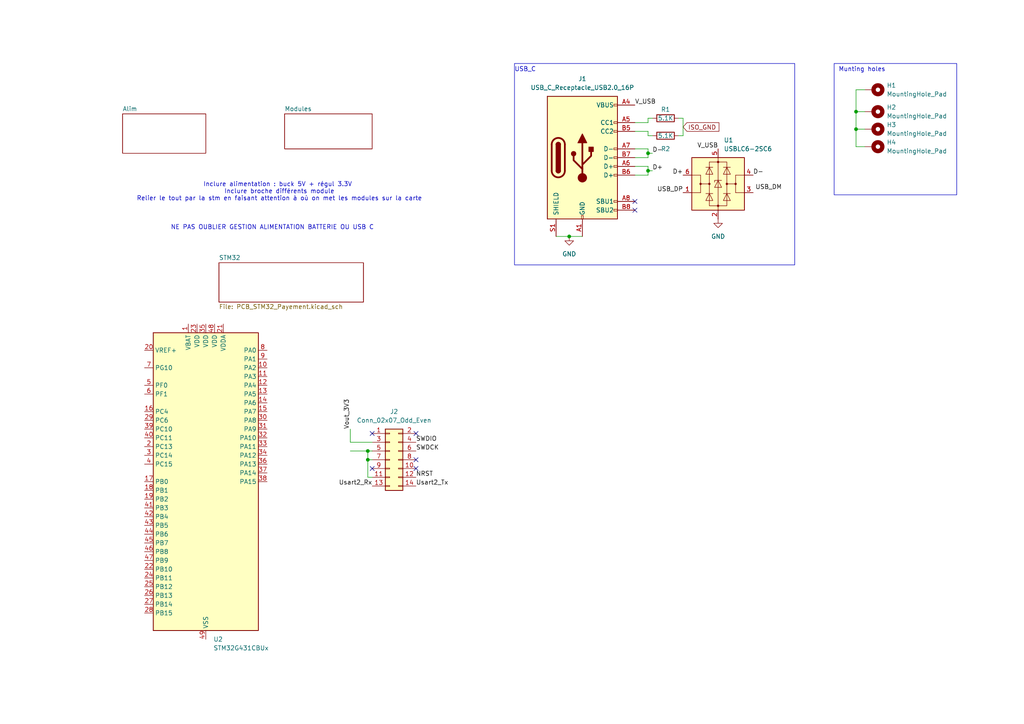
<source format=kicad_sch>
(kicad_sch
	(version 20231120)
	(generator "eeschema")
	(generator_version "8.0")
	(uuid "48ddf8d7-54b6-4c34-8554-2bb8e32bda4b")
	(paper "A4")
	(lib_symbols
		(symbol "Connector:USB_C_Receptacle_USB2.0_16P"
			(pin_names
				(offset 1.016)
			)
			(exclude_from_sim no)
			(in_bom yes)
			(on_board yes)
			(property "Reference" "J"
				(at 0 22.225 0)
				(effects
					(font
						(size 1.27 1.27)
					)
				)
			)
			(property "Value" "USB_C_Receptacle_USB2.0_16P"
				(at 0 19.685 0)
				(effects
					(font
						(size 1.27 1.27)
					)
				)
			)
			(property "Footprint" ""
				(at 3.81 0 0)
				(effects
					(font
						(size 1.27 1.27)
					)
					(hide yes)
				)
			)
			(property "Datasheet" "https://www.usb.org/sites/default/files/documents/usb_type-c.zip"
				(at 3.81 0 0)
				(effects
					(font
						(size 1.27 1.27)
					)
					(hide yes)
				)
			)
			(property "Description" "USB 2.0-only 16P Type-C Receptacle connector"
				(at 0 0 0)
				(effects
					(font
						(size 1.27 1.27)
					)
					(hide yes)
				)
			)
			(property "ki_keywords" "usb universal serial bus type-C USB2.0"
				(at 0 0 0)
				(effects
					(font
						(size 1.27 1.27)
					)
					(hide yes)
				)
			)
			(property "ki_fp_filters" "USB*C*Receptacle*"
				(at 0 0 0)
				(effects
					(font
						(size 1.27 1.27)
					)
					(hide yes)
				)
			)
			(symbol "USB_C_Receptacle_USB2.0_16P_0_0"
				(rectangle
					(start -0.254 -17.78)
					(end 0.254 -16.764)
					(stroke
						(width 0)
						(type default)
					)
					(fill
						(type none)
					)
				)
				(rectangle
					(start 10.16 -14.986)
					(end 9.144 -15.494)
					(stroke
						(width 0)
						(type default)
					)
					(fill
						(type none)
					)
				)
				(rectangle
					(start 10.16 -12.446)
					(end 9.144 -12.954)
					(stroke
						(width 0)
						(type default)
					)
					(fill
						(type none)
					)
				)
				(rectangle
					(start 10.16 -4.826)
					(end 9.144 -5.334)
					(stroke
						(width 0)
						(type default)
					)
					(fill
						(type none)
					)
				)
				(rectangle
					(start 10.16 -2.286)
					(end 9.144 -2.794)
					(stroke
						(width 0)
						(type default)
					)
					(fill
						(type none)
					)
				)
				(rectangle
					(start 10.16 0.254)
					(end 9.144 -0.254)
					(stroke
						(width 0)
						(type default)
					)
					(fill
						(type none)
					)
				)
				(rectangle
					(start 10.16 2.794)
					(end 9.144 2.286)
					(stroke
						(width 0)
						(type default)
					)
					(fill
						(type none)
					)
				)
				(rectangle
					(start 10.16 7.874)
					(end 9.144 7.366)
					(stroke
						(width 0)
						(type default)
					)
					(fill
						(type none)
					)
				)
				(rectangle
					(start 10.16 10.414)
					(end 9.144 9.906)
					(stroke
						(width 0)
						(type default)
					)
					(fill
						(type none)
					)
				)
				(rectangle
					(start 10.16 15.494)
					(end 9.144 14.986)
					(stroke
						(width 0)
						(type default)
					)
					(fill
						(type none)
					)
				)
			)
			(symbol "USB_C_Receptacle_USB2.0_16P_0_1"
				(rectangle
					(start -10.16 17.78)
					(end 10.16 -17.78)
					(stroke
						(width 0.254)
						(type default)
					)
					(fill
						(type background)
					)
				)
				(arc
					(start -8.89 -3.81)
					(mid -6.985 -5.7067)
					(end -5.08 -3.81)
					(stroke
						(width 0.508)
						(type default)
					)
					(fill
						(type none)
					)
				)
				(arc
					(start -7.62 -3.81)
					(mid -6.985 -4.4423)
					(end -6.35 -3.81)
					(stroke
						(width 0.254)
						(type default)
					)
					(fill
						(type none)
					)
				)
				(arc
					(start -7.62 -3.81)
					(mid -6.985 -4.4423)
					(end -6.35 -3.81)
					(stroke
						(width 0.254)
						(type default)
					)
					(fill
						(type outline)
					)
				)
				(rectangle
					(start -7.62 -3.81)
					(end -6.35 3.81)
					(stroke
						(width 0.254)
						(type default)
					)
					(fill
						(type outline)
					)
				)
				(arc
					(start -6.35 3.81)
					(mid -6.985 4.4423)
					(end -7.62 3.81)
					(stroke
						(width 0.254)
						(type default)
					)
					(fill
						(type none)
					)
				)
				(arc
					(start -6.35 3.81)
					(mid -6.985 4.4423)
					(end -7.62 3.81)
					(stroke
						(width 0.254)
						(type default)
					)
					(fill
						(type outline)
					)
				)
				(arc
					(start -5.08 3.81)
					(mid -6.985 5.7067)
					(end -8.89 3.81)
					(stroke
						(width 0.508)
						(type default)
					)
					(fill
						(type none)
					)
				)
				(circle
					(center -2.54 1.143)
					(radius 0.635)
					(stroke
						(width 0.254)
						(type default)
					)
					(fill
						(type outline)
					)
				)
				(circle
					(center 0 -5.842)
					(radius 1.27)
					(stroke
						(width 0)
						(type default)
					)
					(fill
						(type outline)
					)
				)
				(polyline
					(pts
						(xy -8.89 -3.81) (xy -8.89 3.81)
					)
					(stroke
						(width 0.508)
						(type default)
					)
					(fill
						(type none)
					)
				)
				(polyline
					(pts
						(xy -5.08 3.81) (xy -5.08 -3.81)
					)
					(stroke
						(width 0.508)
						(type default)
					)
					(fill
						(type none)
					)
				)
				(polyline
					(pts
						(xy 0 -5.842) (xy 0 4.318)
					)
					(stroke
						(width 0.508)
						(type default)
					)
					(fill
						(type none)
					)
				)
				(polyline
					(pts
						(xy 0 -3.302) (xy -2.54 -0.762) (xy -2.54 0.508)
					)
					(stroke
						(width 0.508)
						(type default)
					)
					(fill
						(type none)
					)
				)
				(polyline
					(pts
						(xy 0 -2.032) (xy 2.54 0.508) (xy 2.54 1.778)
					)
					(stroke
						(width 0.508)
						(type default)
					)
					(fill
						(type none)
					)
				)
				(polyline
					(pts
						(xy -1.27 4.318) (xy 0 6.858) (xy 1.27 4.318) (xy -1.27 4.318)
					)
					(stroke
						(width 0.254)
						(type default)
					)
					(fill
						(type outline)
					)
				)
				(rectangle
					(start 1.905 1.778)
					(end 3.175 3.048)
					(stroke
						(width 0.254)
						(type default)
					)
					(fill
						(type outline)
					)
				)
			)
			(symbol "USB_C_Receptacle_USB2.0_16P_1_1"
				(pin passive line
					(at 0 -22.86 90)
					(length 5.08)
					(name "GND"
						(effects
							(font
								(size 1.27 1.27)
							)
						)
					)
					(number "A1"
						(effects
							(font
								(size 1.27 1.27)
							)
						)
					)
				)
				(pin passive line
					(at 0 -22.86 90)
					(length 5.08) hide
					(name "GND"
						(effects
							(font
								(size 1.27 1.27)
							)
						)
					)
					(number "A12"
						(effects
							(font
								(size 1.27 1.27)
							)
						)
					)
				)
				(pin passive line
					(at 15.24 15.24 180)
					(length 5.08)
					(name "VBUS"
						(effects
							(font
								(size 1.27 1.27)
							)
						)
					)
					(number "A4"
						(effects
							(font
								(size 1.27 1.27)
							)
						)
					)
				)
				(pin bidirectional line
					(at 15.24 10.16 180)
					(length 5.08)
					(name "CC1"
						(effects
							(font
								(size 1.27 1.27)
							)
						)
					)
					(number "A5"
						(effects
							(font
								(size 1.27 1.27)
							)
						)
					)
				)
				(pin bidirectional line
					(at 15.24 -2.54 180)
					(length 5.08)
					(name "D+"
						(effects
							(font
								(size 1.27 1.27)
							)
						)
					)
					(number "A6"
						(effects
							(font
								(size 1.27 1.27)
							)
						)
					)
				)
				(pin bidirectional line
					(at 15.24 2.54 180)
					(length 5.08)
					(name "D-"
						(effects
							(font
								(size 1.27 1.27)
							)
						)
					)
					(number "A7"
						(effects
							(font
								(size 1.27 1.27)
							)
						)
					)
				)
				(pin bidirectional line
					(at 15.24 -12.7 180)
					(length 5.08)
					(name "SBU1"
						(effects
							(font
								(size 1.27 1.27)
							)
						)
					)
					(number "A8"
						(effects
							(font
								(size 1.27 1.27)
							)
						)
					)
				)
				(pin passive line
					(at 15.24 15.24 180)
					(length 5.08) hide
					(name "VBUS"
						(effects
							(font
								(size 1.27 1.27)
							)
						)
					)
					(number "A9"
						(effects
							(font
								(size 1.27 1.27)
							)
						)
					)
				)
				(pin passive line
					(at 0 -22.86 90)
					(length 5.08) hide
					(name "GND"
						(effects
							(font
								(size 1.27 1.27)
							)
						)
					)
					(number "B1"
						(effects
							(font
								(size 1.27 1.27)
							)
						)
					)
				)
				(pin passive line
					(at 0 -22.86 90)
					(length 5.08) hide
					(name "GND"
						(effects
							(font
								(size 1.27 1.27)
							)
						)
					)
					(number "B12"
						(effects
							(font
								(size 1.27 1.27)
							)
						)
					)
				)
				(pin passive line
					(at 15.24 15.24 180)
					(length 5.08) hide
					(name "VBUS"
						(effects
							(font
								(size 1.27 1.27)
							)
						)
					)
					(number "B4"
						(effects
							(font
								(size 1.27 1.27)
							)
						)
					)
				)
				(pin bidirectional line
					(at 15.24 7.62 180)
					(length 5.08)
					(name "CC2"
						(effects
							(font
								(size 1.27 1.27)
							)
						)
					)
					(number "B5"
						(effects
							(font
								(size 1.27 1.27)
							)
						)
					)
				)
				(pin bidirectional line
					(at 15.24 -5.08 180)
					(length 5.08)
					(name "D+"
						(effects
							(font
								(size 1.27 1.27)
							)
						)
					)
					(number "B6"
						(effects
							(font
								(size 1.27 1.27)
							)
						)
					)
				)
				(pin bidirectional line
					(at 15.24 0 180)
					(length 5.08)
					(name "D-"
						(effects
							(font
								(size 1.27 1.27)
							)
						)
					)
					(number "B7"
						(effects
							(font
								(size 1.27 1.27)
							)
						)
					)
				)
				(pin bidirectional line
					(at 15.24 -15.24 180)
					(length 5.08)
					(name "SBU2"
						(effects
							(font
								(size 1.27 1.27)
							)
						)
					)
					(number "B8"
						(effects
							(font
								(size 1.27 1.27)
							)
						)
					)
				)
				(pin passive line
					(at 15.24 15.24 180)
					(length 5.08) hide
					(name "VBUS"
						(effects
							(font
								(size 1.27 1.27)
							)
						)
					)
					(number "B9"
						(effects
							(font
								(size 1.27 1.27)
							)
						)
					)
				)
				(pin passive line
					(at -7.62 -22.86 90)
					(length 5.08)
					(name "SHIELD"
						(effects
							(font
								(size 1.27 1.27)
							)
						)
					)
					(number "S1"
						(effects
							(font
								(size 1.27 1.27)
							)
						)
					)
				)
			)
		)
		(symbol "Connector_Generic:Conn_02x07_Odd_Even"
			(pin_names
				(offset 1.016) hide)
			(exclude_from_sim no)
			(in_bom yes)
			(on_board yes)
			(property "Reference" "J"
				(at 1.27 10.16 0)
				(effects
					(font
						(size 1.27 1.27)
					)
				)
			)
			(property "Value" "Conn_02x07_Odd_Even"
				(at 1.27 -10.16 0)
				(effects
					(font
						(size 1.27 1.27)
					)
				)
			)
			(property "Footprint" ""
				(at 0 0 0)
				(effects
					(font
						(size 1.27 1.27)
					)
					(hide yes)
				)
			)
			(property "Datasheet" "~"
				(at 0 0 0)
				(effects
					(font
						(size 1.27 1.27)
					)
					(hide yes)
				)
			)
			(property "Description" "Generic connector, double row, 02x07, odd/even pin numbering scheme (row 1 odd numbers, row 2 even numbers), script generated (kicad-library-utils/schlib/autogen/connector/)"
				(at 0 0 0)
				(effects
					(font
						(size 1.27 1.27)
					)
					(hide yes)
				)
			)
			(property "ki_keywords" "connector"
				(at 0 0 0)
				(effects
					(font
						(size 1.27 1.27)
					)
					(hide yes)
				)
			)
			(property "ki_fp_filters" "Connector*:*_2x??_*"
				(at 0 0 0)
				(effects
					(font
						(size 1.27 1.27)
					)
					(hide yes)
				)
			)
			(symbol "Conn_02x07_Odd_Even_1_1"
				(rectangle
					(start -1.27 -7.493)
					(end 0 -7.747)
					(stroke
						(width 0.1524)
						(type default)
					)
					(fill
						(type none)
					)
				)
				(rectangle
					(start -1.27 -4.953)
					(end 0 -5.207)
					(stroke
						(width 0.1524)
						(type default)
					)
					(fill
						(type none)
					)
				)
				(rectangle
					(start -1.27 -2.413)
					(end 0 -2.667)
					(stroke
						(width 0.1524)
						(type default)
					)
					(fill
						(type none)
					)
				)
				(rectangle
					(start -1.27 0.127)
					(end 0 -0.127)
					(stroke
						(width 0.1524)
						(type default)
					)
					(fill
						(type none)
					)
				)
				(rectangle
					(start -1.27 2.667)
					(end 0 2.413)
					(stroke
						(width 0.1524)
						(type default)
					)
					(fill
						(type none)
					)
				)
				(rectangle
					(start -1.27 5.207)
					(end 0 4.953)
					(stroke
						(width 0.1524)
						(type default)
					)
					(fill
						(type none)
					)
				)
				(rectangle
					(start -1.27 7.747)
					(end 0 7.493)
					(stroke
						(width 0.1524)
						(type default)
					)
					(fill
						(type none)
					)
				)
				(rectangle
					(start -1.27 8.89)
					(end 3.81 -8.89)
					(stroke
						(width 0.254)
						(type default)
					)
					(fill
						(type background)
					)
				)
				(rectangle
					(start 3.81 -7.493)
					(end 2.54 -7.747)
					(stroke
						(width 0.1524)
						(type default)
					)
					(fill
						(type none)
					)
				)
				(rectangle
					(start 3.81 -4.953)
					(end 2.54 -5.207)
					(stroke
						(width 0.1524)
						(type default)
					)
					(fill
						(type none)
					)
				)
				(rectangle
					(start 3.81 -2.413)
					(end 2.54 -2.667)
					(stroke
						(width 0.1524)
						(type default)
					)
					(fill
						(type none)
					)
				)
				(rectangle
					(start 3.81 0.127)
					(end 2.54 -0.127)
					(stroke
						(width 0.1524)
						(type default)
					)
					(fill
						(type none)
					)
				)
				(rectangle
					(start 3.81 2.667)
					(end 2.54 2.413)
					(stroke
						(width 0.1524)
						(type default)
					)
					(fill
						(type none)
					)
				)
				(rectangle
					(start 3.81 5.207)
					(end 2.54 4.953)
					(stroke
						(width 0.1524)
						(type default)
					)
					(fill
						(type none)
					)
				)
				(rectangle
					(start 3.81 7.747)
					(end 2.54 7.493)
					(stroke
						(width 0.1524)
						(type default)
					)
					(fill
						(type none)
					)
				)
				(pin passive line
					(at -5.08 7.62 0)
					(length 3.81)
					(name "Pin_1"
						(effects
							(font
								(size 1.27 1.27)
							)
						)
					)
					(number "1"
						(effects
							(font
								(size 1.27 1.27)
							)
						)
					)
				)
				(pin passive line
					(at 7.62 -2.54 180)
					(length 3.81)
					(name "Pin_10"
						(effects
							(font
								(size 1.27 1.27)
							)
						)
					)
					(number "10"
						(effects
							(font
								(size 1.27 1.27)
							)
						)
					)
				)
				(pin passive line
					(at -5.08 -5.08 0)
					(length 3.81)
					(name "Pin_11"
						(effects
							(font
								(size 1.27 1.27)
							)
						)
					)
					(number "11"
						(effects
							(font
								(size 1.27 1.27)
							)
						)
					)
				)
				(pin passive line
					(at 7.62 -5.08 180)
					(length 3.81)
					(name "Pin_12"
						(effects
							(font
								(size 1.27 1.27)
							)
						)
					)
					(number "12"
						(effects
							(font
								(size 1.27 1.27)
							)
						)
					)
				)
				(pin passive line
					(at -5.08 -7.62 0)
					(length 3.81)
					(name "Pin_13"
						(effects
							(font
								(size 1.27 1.27)
							)
						)
					)
					(number "13"
						(effects
							(font
								(size 1.27 1.27)
							)
						)
					)
				)
				(pin passive line
					(at 7.62 -7.62 180)
					(length 3.81)
					(name "Pin_14"
						(effects
							(font
								(size 1.27 1.27)
							)
						)
					)
					(number "14"
						(effects
							(font
								(size 1.27 1.27)
							)
						)
					)
				)
				(pin passive line
					(at 7.62 7.62 180)
					(length 3.81)
					(name "Pin_2"
						(effects
							(font
								(size 1.27 1.27)
							)
						)
					)
					(number "2"
						(effects
							(font
								(size 1.27 1.27)
							)
						)
					)
				)
				(pin passive line
					(at -5.08 5.08 0)
					(length 3.81)
					(name "Pin_3"
						(effects
							(font
								(size 1.27 1.27)
							)
						)
					)
					(number "3"
						(effects
							(font
								(size 1.27 1.27)
							)
						)
					)
				)
				(pin passive line
					(at 7.62 5.08 180)
					(length 3.81)
					(name "Pin_4"
						(effects
							(font
								(size 1.27 1.27)
							)
						)
					)
					(number "4"
						(effects
							(font
								(size 1.27 1.27)
							)
						)
					)
				)
				(pin passive line
					(at -5.08 2.54 0)
					(length 3.81)
					(name "Pin_5"
						(effects
							(font
								(size 1.27 1.27)
							)
						)
					)
					(number "5"
						(effects
							(font
								(size 1.27 1.27)
							)
						)
					)
				)
				(pin passive line
					(at 7.62 2.54 180)
					(length 3.81)
					(name "Pin_6"
						(effects
							(font
								(size 1.27 1.27)
							)
						)
					)
					(number "6"
						(effects
							(font
								(size 1.27 1.27)
							)
						)
					)
				)
				(pin passive line
					(at -5.08 0 0)
					(length 3.81)
					(name "Pin_7"
						(effects
							(font
								(size 1.27 1.27)
							)
						)
					)
					(number "7"
						(effects
							(font
								(size 1.27 1.27)
							)
						)
					)
				)
				(pin passive line
					(at 7.62 0 180)
					(length 3.81)
					(name "Pin_8"
						(effects
							(font
								(size 1.27 1.27)
							)
						)
					)
					(number "8"
						(effects
							(font
								(size 1.27 1.27)
							)
						)
					)
				)
				(pin passive line
					(at -5.08 -2.54 0)
					(length 3.81)
					(name "Pin_9"
						(effects
							(font
								(size 1.27 1.27)
							)
						)
					)
					(number "9"
						(effects
							(font
								(size 1.27 1.27)
							)
						)
					)
				)
			)
		)
		(symbol "Device:R"
			(pin_numbers hide)
			(pin_names
				(offset 0)
			)
			(exclude_from_sim no)
			(in_bom yes)
			(on_board yes)
			(property "Reference" "R"
				(at 2.032 0 90)
				(effects
					(font
						(size 1.27 1.27)
					)
				)
			)
			(property "Value" "R"
				(at 0 0 90)
				(effects
					(font
						(size 1.27 1.27)
					)
				)
			)
			(property "Footprint" ""
				(at -1.778 0 90)
				(effects
					(font
						(size 1.27 1.27)
					)
					(hide yes)
				)
			)
			(property "Datasheet" "~"
				(at 0 0 0)
				(effects
					(font
						(size 1.27 1.27)
					)
					(hide yes)
				)
			)
			(property "Description" "Resistor"
				(at 0 0 0)
				(effects
					(font
						(size 1.27 1.27)
					)
					(hide yes)
				)
			)
			(property "ki_keywords" "R res resistor"
				(at 0 0 0)
				(effects
					(font
						(size 1.27 1.27)
					)
					(hide yes)
				)
			)
			(property "ki_fp_filters" "R_*"
				(at 0 0 0)
				(effects
					(font
						(size 1.27 1.27)
					)
					(hide yes)
				)
			)
			(symbol "R_0_1"
				(rectangle
					(start -1.016 -2.54)
					(end 1.016 2.54)
					(stroke
						(width 0.254)
						(type default)
					)
					(fill
						(type none)
					)
				)
			)
			(symbol "R_1_1"
				(pin passive line
					(at 0 3.81 270)
					(length 1.27)
					(name "~"
						(effects
							(font
								(size 1.27 1.27)
							)
						)
					)
					(number "1"
						(effects
							(font
								(size 1.27 1.27)
							)
						)
					)
				)
				(pin passive line
					(at 0 -3.81 90)
					(length 1.27)
					(name "~"
						(effects
							(font
								(size 1.27 1.27)
							)
						)
					)
					(number "2"
						(effects
							(font
								(size 1.27 1.27)
							)
						)
					)
				)
			)
		)
		(symbol "MCU_ST_STM32G4:STM32G431CBUx"
			(exclude_from_sim no)
			(in_bom yes)
			(on_board yes)
			(property "Reference" "U"
				(at -15.24 44.45 0)
				(effects
					(font
						(size 1.27 1.27)
					)
					(justify left)
				)
			)
			(property "Value" "STM32G431CBUx"
				(at 7.62 44.45 0)
				(effects
					(font
						(size 1.27 1.27)
					)
					(justify left)
				)
			)
			(property "Footprint" "Package_DFN_QFN:QFN-48-1EP_7x7mm_P0.5mm_EP5.6x5.6mm"
				(at -15.24 -43.18 0)
				(effects
					(font
						(size 1.27 1.27)
					)
					(justify right)
					(hide yes)
				)
			)
			(property "Datasheet" "https://www.st.com/resource/en/datasheet/stm32g431cb.pdf"
				(at 0 0 0)
				(effects
					(font
						(size 1.27 1.27)
					)
					(hide yes)
				)
			)
			(property "Description" "STMicroelectronics Arm Cortex-M4 MCU, 128KB flash, 32KB RAM, 170 MHz, 1.71-3.6V, 42 GPIO, UFQFPN48"
				(at 0 0 0)
				(effects
					(font
						(size 1.27 1.27)
					)
					(hide yes)
				)
			)
			(property "ki_keywords" "Arm Cortex-M4 STM32G4 STM32G4x1"
				(at 0 0 0)
				(effects
					(font
						(size 1.27 1.27)
					)
					(hide yes)
				)
			)
			(property "ki_fp_filters" "QFN*1EP*7x7mm*P0.5mm*"
				(at 0 0 0)
				(effects
					(font
						(size 1.27 1.27)
					)
					(hide yes)
				)
			)
			(symbol "STM32G431CBUx_0_1"
				(rectangle
					(start -15.24 -43.18)
					(end 15.24 43.18)
					(stroke
						(width 0.254)
						(type default)
					)
					(fill
						(type background)
					)
				)
			)
			(symbol "STM32G431CBUx_1_1"
				(pin power_in line
					(at -5.08 45.72 270)
					(length 2.54)
					(name "VBAT"
						(effects
							(font
								(size 1.27 1.27)
							)
						)
					)
					(number "1"
						(effects
							(font
								(size 1.27 1.27)
							)
						)
					)
				)
				(pin bidirectional line
					(at 17.78 33.02 180)
					(length 2.54)
					(name "PA2"
						(effects
							(font
								(size 1.27 1.27)
							)
						)
					)
					(number "10"
						(effects
							(font
								(size 1.27 1.27)
							)
						)
					)
					(alternate "ADC1_IN3" bidirectional line)
					(alternate "COMP2_INM" bidirectional line)
					(alternate "COMP2_OUT" bidirectional line)
					(alternate "LPUART1_TX" bidirectional line)
					(alternate "OPAMP1_VOUT" bidirectional line)
					(alternate "RCC_LSCO" bidirectional line)
					(alternate "SYS_WKUP4" bidirectional line)
					(alternate "TIM15_CH1" bidirectional line)
					(alternate "TIM2_CH3" bidirectional line)
					(alternate "UCPD1_FRSTX1" bidirectional line)
					(alternate "UCPD1_FRSTX2" bidirectional line)
					(alternate "USART2_TX" bidirectional line)
				)
				(pin bidirectional line
					(at 17.78 30.48 180)
					(length 2.54)
					(name "PA3"
						(effects
							(font
								(size 1.27 1.27)
							)
						)
					)
					(number "11"
						(effects
							(font
								(size 1.27 1.27)
							)
						)
					)
					(alternate "ADC1_IN4" bidirectional line)
					(alternate "COMP2_INP" bidirectional line)
					(alternate "LPUART1_RX" bidirectional line)
					(alternate "OPAMP1_VINM" bidirectional line)
					(alternate "OPAMP1_VINM0" bidirectional line)
					(alternate "OPAMP1_VINM_SEC" bidirectional line)
					(alternate "OPAMP1_VINP" bidirectional line)
					(alternate "OPAMP1_VINP_SEC" bidirectional line)
					(alternate "SAI1_CK1" bidirectional line)
					(alternate "SAI1_MCLK_A" bidirectional line)
					(alternate "TIM15_CH2" bidirectional line)
					(alternate "TIM2_CH4" bidirectional line)
					(alternate "USART2_RX" bidirectional line)
				)
				(pin bidirectional line
					(at 17.78 27.94 180)
					(length 2.54)
					(name "PA4"
						(effects
							(font
								(size 1.27 1.27)
							)
						)
					)
					(number "12"
						(effects
							(font
								(size 1.27 1.27)
							)
						)
					)
					(alternate "ADC2_IN17" bidirectional line)
					(alternate "COMP1_INM" bidirectional line)
					(alternate "DAC1_OUT1" bidirectional line)
					(alternate "I2S3_WS" bidirectional line)
					(alternate "SAI1_FS_B" bidirectional line)
					(alternate "SPI1_NSS" bidirectional line)
					(alternate "SPI3_NSS" bidirectional line)
					(alternate "TIM3_CH2" bidirectional line)
					(alternate "USART2_CK" bidirectional line)
				)
				(pin bidirectional line
					(at 17.78 25.4 180)
					(length 2.54)
					(name "PA5"
						(effects
							(font
								(size 1.27 1.27)
							)
						)
					)
					(number "13"
						(effects
							(font
								(size 1.27 1.27)
							)
						)
					)
					(alternate "ADC2_IN13" bidirectional line)
					(alternate "COMP2_INM" bidirectional line)
					(alternate "DAC1_OUT2" bidirectional line)
					(alternate "OPAMP2_VINM" bidirectional line)
					(alternate "OPAMP2_VINM0" bidirectional line)
					(alternate "OPAMP2_VINM_SEC" bidirectional line)
					(alternate "SPI1_SCK" bidirectional line)
					(alternate "TIM2_CH1" bidirectional line)
					(alternate "TIM2_ETR" bidirectional line)
					(alternate "UCPD1_FRSTX1" bidirectional line)
					(alternate "UCPD1_FRSTX2" bidirectional line)
				)
				(pin bidirectional line
					(at 17.78 22.86 180)
					(length 2.54)
					(name "PA6"
						(effects
							(font
								(size 1.27 1.27)
							)
						)
					)
					(number "14"
						(effects
							(font
								(size 1.27 1.27)
							)
						)
					)
					(alternate "ADC2_IN3" bidirectional line)
					(alternate "COMP1_OUT" bidirectional line)
					(alternate "LPUART1_CTS" bidirectional line)
					(alternate "OPAMP2_VOUT" bidirectional line)
					(alternate "SPI1_MISO" bidirectional line)
					(alternate "TIM16_CH1" bidirectional line)
					(alternate "TIM1_BKIN" bidirectional line)
					(alternate "TIM3_CH1" bidirectional line)
					(alternate "TIM8_BKIN" bidirectional line)
				)
				(pin bidirectional line
					(at 17.78 20.32 180)
					(length 2.54)
					(name "PA7"
						(effects
							(font
								(size 1.27 1.27)
							)
						)
					)
					(number "15"
						(effects
							(font
								(size 1.27 1.27)
							)
						)
					)
					(alternate "ADC2_IN4" bidirectional line)
					(alternate "COMP2_INP" bidirectional line)
					(alternate "COMP2_OUT" bidirectional line)
					(alternate "OPAMP1_VINP" bidirectional line)
					(alternate "OPAMP1_VINP_SEC" bidirectional line)
					(alternate "OPAMP2_VINP" bidirectional line)
					(alternate "OPAMP2_VINP_SEC" bidirectional line)
					(alternate "SPI1_MOSI" bidirectional line)
					(alternate "TIM17_CH1" bidirectional line)
					(alternate "TIM1_CH1N" bidirectional line)
					(alternate "TIM3_CH2" bidirectional line)
					(alternate "TIM8_CH1N" bidirectional line)
					(alternate "UCPD1_FRSTX1" bidirectional line)
					(alternate "UCPD1_FRSTX2" bidirectional line)
				)
				(pin bidirectional line
					(at -17.78 20.32 0)
					(length 2.54)
					(name "PC4"
						(effects
							(font
								(size 1.27 1.27)
							)
						)
					)
					(number "16"
						(effects
							(font
								(size 1.27 1.27)
							)
						)
					)
					(alternate "ADC2_IN5" bidirectional line)
					(alternate "I2C2_SCL" bidirectional line)
					(alternate "TIM1_ETR" bidirectional line)
					(alternate "USART1_TX" bidirectional line)
				)
				(pin bidirectional line
					(at -17.78 0 0)
					(length 2.54)
					(name "PB0"
						(effects
							(font
								(size 1.27 1.27)
							)
						)
					)
					(number "17"
						(effects
							(font
								(size 1.27 1.27)
							)
						)
					)
					(alternate "ADC1_IN15" bidirectional line)
					(alternate "COMP4_INP" bidirectional line)
					(alternate "OPAMP2_VINP" bidirectional line)
					(alternate "OPAMP2_VINP_SEC" bidirectional line)
					(alternate "OPAMP3_VINP" bidirectional line)
					(alternate "OPAMP3_VINP_SEC" bidirectional line)
					(alternate "TIM1_CH2N" bidirectional line)
					(alternate "TIM3_CH3" bidirectional line)
					(alternate "TIM8_CH2N" bidirectional line)
					(alternate "UCPD1_FRSTX1" bidirectional line)
					(alternate "UCPD1_FRSTX2" bidirectional line)
				)
				(pin bidirectional line
					(at -17.78 -2.54 0)
					(length 2.54)
					(name "PB1"
						(effects
							(font
								(size 1.27 1.27)
							)
						)
					)
					(number "18"
						(effects
							(font
								(size 1.27 1.27)
							)
						)
					)
					(alternate "ADC1_IN12" bidirectional line)
					(alternate "COMP1_INP" bidirectional line)
					(alternate "COMP4_OUT" bidirectional line)
					(alternate "LPUART1_DE" bidirectional line)
					(alternate "LPUART1_RTS" bidirectional line)
					(alternate "OPAMP3_VOUT" bidirectional line)
					(alternate "TIM1_CH3N" bidirectional line)
					(alternate "TIM3_CH4" bidirectional line)
					(alternate "TIM8_CH3N" bidirectional line)
				)
				(pin bidirectional line
					(at -17.78 -5.08 0)
					(length 2.54)
					(name "PB2"
						(effects
							(font
								(size 1.27 1.27)
							)
						)
					)
					(number "19"
						(effects
							(font
								(size 1.27 1.27)
							)
						)
					)
					(alternate "ADC2_IN12" bidirectional line)
					(alternate "COMP4_INM" bidirectional line)
					(alternate "I2C3_SMBA" bidirectional line)
					(alternate "LPTIM1_OUT" bidirectional line)
					(alternate "OPAMP3_VINM" bidirectional line)
					(alternate "OPAMP3_VINM0" bidirectional line)
					(alternate "OPAMP3_VINM_SEC" bidirectional line)
					(alternate "RTC_OUT2" bidirectional line)
				)
				(pin bidirectional line
					(at -17.78 10.16 0)
					(length 2.54)
					(name "PC13"
						(effects
							(font
								(size 1.27 1.27)
							)
						)
					)
					(number "2"
						(effects
							(font
								(size 1.27 1.27)
							)
						)
					)
					(alternate "RTC_OUT1" bidirectional line)
					(alternate "RTC_TAMP1" bidirectional line)
					(alternate "RTC_TS" bidirectional line)
					(alternate "SYS_WKUP2" bidirectional line)
					(alternate "TIM1_BKIN" bidirectional line)
					(alternate "TIM1_CH1N" bidirectional line)
					(alternate "TIM8_CH4N" bidirectional line)
				)
				(pin input line
					(at -17.78 38.1 0)
					(length 2.54)
					(name "VREF+"
						(effects
							(font
								(size 1.27 1.27)
							)
						)
					)
					(number "20"
						(effects
							(font
								(size 1.27 1.27)
							)
						)
					)
					(alternate "VREFBUF_OUT" bidirectional line)
				)
				(pin power_in line
					(at 5.08 45.72 270)
					(length 2.54)
					(name "VDDA"
						(effects
							(font
								(size 1.27 1.27)
							)
						)
					)
					(number "21"
						(effects
							(font
								(size 1.27 1.27)
							)
						)
					)
				)
				(pin bidirectional line
					(at -17.78 -25.4 0)
					(length 2.54)
					(name "PB10"
						(effects
							(font
								(size 1.27 1.27)
							)
						)
					)
					(number "22"
						(effects
							(font
								(size 1.27 1.27)
							)
						)
					)
					(alternate "DAC1_EXTI10" bidirectional line)
					(alternate "DAC3_EXTI10" bidirectional line)
					(alternate "LPUART1_RX" bidirectional line)
					(alternate "OPAMP3_VINM" bidirectional line)
					(alternate "OPAMP3_VINM1" bidirectional line)
					(alternate "OPAMP3_VINM_SEC" bidirectional line)
					(alternate "SAI1_SCK_A" bidirectional line)
					(alternate "TIM1_BKIN" bidirectional line)
					(alternate "TIM2_CH3" bidirectional line)
					(alternate "USART3_TX" bidirectional line)
				)
				(pin power_in line
					(at -2.54 45.72 270)
					(length 2.54)
					(name "VDD"
						(effects
							(font
								(size 1.27 1.27)
							)
						)
					)
					(number "23"
						(effects
							(font
								(size 1.27 1.27)
							)
						)
					)
				)
				(pin bidirectional line
					(at -17.78 -27.94 0)
					(length 2.54)
					(name "PB11"
						(effects
							(font
								(size 1.27 1.27)
							)
						)
					)
					(number "24"
						(effects
							(font
								(size 1.27 1.27)
							)
						)
					)
					(alternate "ADC1_EXTI11" bidirectional line)
					(alternate "ADC1_IN14" bidirectional line)
					(alternate "ADC2_EXTI11" bidirectional line)
					(alternate "ADC2_IN14" bidirectional line)
					(alternate "LPUART1_TX" bidirectional line)
					(alternate "TIM2_CH4" bidirectional line)
					(alternate "USART3_RX" bidirectional line)
				)
				(pin bidirectional line
					(at -17.78 -30.48 0)
					(length 2.54)
					(name "PB12"
						(effects
							(font
								(size 1.27 1.27)
							)
						)
					)
					(number "25"
						(effects
							(font
								(size 1.27 1.27)
							)
						)
					)
					(alternate "ADC1_IN11" bidirectional line)
					(alternate "I2C2_SMBA" bidirectional line)
					(alternate "I2S2_WS" bidirectional line)
					(alternate "LPUART1_DE" bidirectional line)
					(alternate "LPUART1_RTS" bidirectional line)
					(alternate "SPI2_NSS" bidirectional line)
					(alternate "TIM1_BKIN" bidirectional line)
					(alternate "USART3_CK" bidirectional line)
				)
				(pin bidirectional line
					(at -17.78 -33.02 0)
					(length 2.54)
					(name "PB13"
						(effects
							(font
								(size 1.27 1.27)
							)
						)
					)
					(number "26"
						(effects
							(font
								(size 1.27 1.27)
							)
						)
					)
					(alternate "I2S2_CK" bidirectional line)
					(alternate "LPUART1_CTS" bidirectional line)
					(alternate "OPAMP3_VINP" bidirectional line)
					(alternate "OPAMP3_VINP_SEC" bidirectional line)
					(alternate "SPI2_SCK" bidirectional line)
					(alternate "TIM1_CH1N" bidirectional line)
					(alternate "USART3_CTS" bidirectional line)
					(alternate "USART3_NSS" bidirectional line)
				)
				(pin bidirectional line
					(at -17.78 -35.56 0)
					(length 2.54)
					(name "PB14"
						(effects
							(font
								(size 1.27 1.27)
							)
						)
					)
					(number "27"
						(effects
							(font
								(size 1.27 1.27)
							)
						)
					)
					(alternate "ADC1_IN5" bidirectional line)
					(alternate "COMP4_OUT" bidirectional line)
					(alternate "OPAMP2_VINP" bidirectional line)
					(alternate "OPAMP2_VINP_SEC" bidirectional line)
					(alternate "SPI2_MISO" bidirectional line)
					(alternate "TIM15_CH1" bidirectional line)
					(alternate "TIM1_CH2N" bidirectional line)
					(alternate "USART3_DE" bidirectional line)
					(alternate "USART3_RTS" bidirectional line)
				)
				(pin bidirectional line
					(at -17.78 -38.1 0)
					(length 2.54)
					(name "PB15"
						(effects
							(font
								(size 1.27 1.27)
							)
						)
					)
					(number "28"
						(effects
							(font
								(size 1.27 1.27)
							)
						)
					)
					(alternate "ADC1_EXTI15" bidirectional line)
					(alternate "ADC2_EXTI15" bidirectional line)
					(alternate "ADC2_IN15" bidirectional line)
					(alternate "COMP3_OUT" bidirectional line)
					(alternate "I2S2_SD" bidirectional line)
					(alternate "RTC_REFIN" bidirectional line)
					(alternate "SPI2_MOSI" bidirectional line)
					(alternate "TIM15_CH1N" bidirectional line)
					(alternate "TIM15_CH2" bidirectional line)
					(alternate "TIM1_CH3N" bidirectional line)
				)
				(pin bidirectional line
					(at -17.78 17.78 0)
					(length 2.54)
					(name "PC6"
						(effects
							(font
								(size 1.27 1.27)
							)
						)
					)
					(number "29"
						(effects
							(font
								(size 1.27 1.27)
							)
						)
					)
					(alternate "I2S2_MCK" bidirectional line)
					(alternate "TIM3_CH1" bidirectional line)
					(alternate "TIM8_CH1" bidirectional line)
				)
				(pin bidirectional line
					(at -17.78 7.62 0)
					(length 2.54)
					(name "PC14"
						(effects
							(font
								(size 1.27 1.27)
							)
						)
					)
					(number "3"
						(effects
							(font
								(size 1.27 1.27)
							)
						)
					)
					(alternate "RCC_OSC32_IN" bidirectional line)
				)
				(pin bidirectional line
					(at 17.78 17.78 180)
					(length 2.54)
					(name "PA8"
						(effects
							(font
								(size 1.27 1.27)
							)
						)
					)
					(number "30"
						(effects
							(font
								(size 1.27 1.27)
							)
						)
					)
					(alternate "I2C2_SDA" bidirectional line)
					(alternate "I2C3_SCL" bidirectional line)
					(alternate "I2S2_MCK" bidirectional line)
					(alternate "RCC_MCO" bidirectional line)
					(alternate "SAI1_CK2" bidirectional line)
					(alternate "SAI1_SCK_A" bidirectional line)
					(alternate "TIM1_CH1" bidirectional line)
					(alternate "TIM4_ETR" bidirectional line)
					(alternate "USART1_CK" bidirectional line)
				)
				(pin bidirectional line
					(at 17.78 15.24 180)
					(length 2.54)
					(name "PA9"
						(effects
							(font
								(size 1.27 1.27)
							)
						)
					)
					(number "31"
						(effects
							(font
								(size 1.27 1.27)
							)
						)
					)
					(alternate "DAC1_EXTI9" bidirectional line)
					(alternate "DAC3_EXTI9" bidirectional line)
					(alternate "I2C2_SCL" bidirectional line)
					(alternate "I2C3_SMBA" bidirectional line)
					(alternate "I2S3_MCK" bidirectional line)
					(alternate "SAI1_FS_A" bidirectional line)
					(alternate "TIM15_BKIN" bidirectional line)
					(alternate "TIM1_CH2" bidirectional line)
					(alternate "TIM2_CH3" bidirectional line)
					(alternate "UCPD1_DBCC1" bidirectional line)
					(alternate "USART1_TX" bidirectional line)
				)
				(pin bidirectional line
					(at 17.78 12.7 180)
					(length 2.54)
					(name "PA10"
						(effects
							(font
								(size 1.27 1.27)
							)
						)
					)
					(number "32"
						(effects
							(font
								(size 1.27 1.27)
							)
						)
					)
					(alternate "CRS_SYNC" bidirectional line)
					(alternate "DAC1_EXTI10" bidirectional line)
					(alternate "DAC3_EXTI10" bidirectional line)
					(alternate "I2C2_SMBA" bidirectional line)
					(alternate "SAI1_D1" bidirectional line)
					(alternate "SAI1_SD_A" bidirectional line)
					(alternate "SPI2_MISO" bidirectional line)
					(alternate "TIM17_BKIN" bidirectional line)
					(alternate "TIM1_CH3" bidirectional line)
					(alternate "TIM2_CH4" bidirectional line)
					(alternate "TIM8_BKIN" bidirectional line)
					(alternate "UCPD1_DBCC2" bidirectional line)
					(alternate "USART1_RX" bidirectional line)
				)
				(pin bidirectional line
					(at 17.78 10.16 180)
					(length 2.54)
					(name "PA11"
						(effects
							(font
								(size 1.27 1.27)
							)
						)
					)
					(number "33"
						(effects
							(font
								(size 1.27 1.27)
							)
						)
					)
					(alternate "ADC1_EXTI11" bidirectional line)
					(alternate "ADC2_EXTI11" bidirectional line)
					(alternate "COMP1_OUT" bidirectional line)
					(alternate "FDCAN1_RX" bidirectional line)
					(alternate "I2S2_SD" bidirectional line)
					(alternate "SPI2_MOSI" bidirectional line)
					(alternate "TIM1_BKIN2" bidirectional line)
					(alternate "TIM1_CH1N" bidirectional line)
					(alternate "TIM1_CH4" bidirectional line)
					(alternate "TIM4_CH1" bidirectional line)
					(alternate "USART1_CTS" bidirectional line)
					(alternate "USART1_NSS" bidirectional line)
					(alternate "USB_DM" bidirectional line)
				)
				(pin bidirectional line
					(at 17.78 7.62 180)
					(length 2.54)
					(name "PA12"
						(effects
							(font
								(size 1.27 1.27)
							)
						)
					)
					(number "34"
						(effects
							(font
								(size 1.27 1.27)
							)
						)
					)
					(alternate "COMP2_OUT" bidirectional line)
					(alternate "FDCAN1_TX" bidirectional line)
					(alternate "I2S_CKIN" bidirectional line)
					(alternate "TIM16_CH1" bidirectional line)
					(alternate "TIM1_CH2N" bidirectional line)
					(alternate "TIM1_ETR" bidirectional line)
					(alternate "TIM4_CH2" bidirectional line)
					(alternate "USART1_DE" bidirectional line)
					(alternate "USART1_RTS" bidirectional line)
					(alternate "USB_DP" bidirectional line)
				)
				(pin power_in line
					(at 0 45.72 270)
					(length 2.54)
					(name "VDD"
						(effects
							(font
								(size 1.27 1.27)
							)
						)
					)
					(number "35"
						(effects
							(font
								(size 1.27 1.27)
							)
						)
					)
				)
				(pin bidirectional line
					(at 17.78 5.08 180)
					(length 2.54)
					(name "PA13"
						(effects
							(font
								(size 1.27 1.27)
							)
						)
					)
					(number "36"
						(effects
							(font
								(size 1.27 1.27)
							)
						)
					)
					(alternate "I2C1_SCL" bidirectional line)
					(alternate "IR_OUT" bidirectional line)
					(alternate "SAI1_SD_B" bidirectional line)
					(alternate "SYS_JTMS-SWDIO" bidirectional line)
					(alternate "TIM16_CH1N" bidirectional line)
					(alternate "TIM4_CH3" bidirectional line)
					(alternate "USART3_CTS" bidirectional line)
					(alternate "USART3_NSS" bidirectional line)
				)
				(pin bidirectional line
					(at 17.78 2.54 180)
					(length 2.54)
					(name "PA14"
						(effects
							(font
								(size 1.27 1.27)
							)
						)
					)
					(number "37"
						(effects
							(font
								(size 1.27 1.27)
							)
						)
					)
					(alternate "I2C1_SDA" bidirectional line)
					(alternate "LPTIM1_OUT" bidirectional line)
					(alternate "SAI1_FS_B" bidirectional line)
					(alternate "SYS_JTCK-SWCLK" bidirectional line)
					(alternate "TIM1_BKIN" bidirectional line)
					(alternate "TIM8_CH2" bidirectional line)
					(alternate "USART2_TX" bidirectional line)
				)
				(pin bidirectional line
					(at 17.78 0 180)
					(length 2.54)
					(name "PA15"
						(effects
							(font
								(size 1.27 1.27)
							)
						)
					)
					(number "38"
						(effects
							(font
								(size 1.27 1.27)
							)
						)
					)
					(alternate "ADC1_EXTI15" bidirectional line)
					(alternate "ADC2_EXTI15" bidirectional line)
					(alternate "I2C1_SCL" bidirectional line)
					(alternate "I2S3_WS" bidirectional line)
					(alternate "SPI1_NSS" bidirectional line)
					(alternate "SPI3_NSS" bidirectional line)
					(alternate "SYS_JTDI" bidirectional line)
					(alternate "TIM1_BKIN" bidirectional line)
					(alternate "TIM2_CH1" bidirectional line)
					(alternate "TIM2_ETR" bidirectional line)
					(alternate "TIM8_CH1" bidirectional line)
					(alternate "UART4_DE" bidirectional line)
					(alternate "UART4_RTS" bidirectional line)
					(alternate "USART2_RX" bidirectional line)
				)
				(pin bidirectional line
					(at -17.78 15.24 0)
					(length 2.54)
					(name "PC10"
						(effects
							(font
								(size 1.27 1.27)
							)
						)
					)
					(number "39"
						(effects
							(font
								(size 1.27 1.27)
							)
						)
					)
					(alternate "DAC1_EXTI10" bidirectional line)
					(alternate "DAC3_EXTI10" bidirectional line)
					(alternate "I2S3_CK" bidirectional line)
					(alternate "SPI3_SCK" bidirectional line)
					(alternate "TIM8_CH1N" bidirectional line)
					(alternate "UART4_TX" bidirectional line)
					(alternate "USART3_TX" bidirectional line)
				)
				(pin bidirectional line
					(at -17.78 5.08 0)
					(length 2.54)
					(name "PC15"
						(effects
							(font
								(size 1.27 1.27)
							)
						)
					)
					(number "4"
						(effects
							(font
								(size 1.27 1.27)
							)
						)
					)
					(alternate "ADC1_EXTI15" bidirectional line)
					(alternate "ADC2_EXTI15" bidirectional line)
					(alternate "RCC_OSC32_OUT" bidirectional line)
				)
				(pin bidirectional line
					(at -17.78 12.7 0)
					(length 2.54)
					(name "PC11"
						(effects
							(font
								(size 1.27 1.27)
							)
						)
					)
					(number "40"
						(effects
							(font
								(size 1.27 1.27)
							)
						)
					)
					(alternate "ADC1_EXTI11" bidirectional line)
					(alternate "ADC2_EXTI11" bidirectional line)
					(alternate "I2C3_SDA" bidirectional line)
					(alternate "SPI3_MISO" bidirectional line)
					(alternate "TIM8_CH2N" bidirectional line)
					(alternate "UART4_RX" bidirectional line)
					(alternate "USART3_RX" bidirectional line)
				)
				(pin bidirectional line
					(at -17.78 -7.62 0)
					(length 2.54)
					(name "PB3"
						(effects
							(font
								(size 1.27 1.27)
							)
						)
					)
					(number "41"
						(effects
							(font
								(size 1.27 1.27)
							)
						)
					)
					(alternate "CRS_SYNC" bidirectional line)
					(alternate "I2S3_CK" bidirectional line)
					(alternate "SAI1_SCK_B" bidirectional line)
					(alternate "SPI1_SCK" bidirectional line)
					(alternate "SPI3_SCK" bidirectional line)
					(alternate "SYS_JTDO-SWO" bidirectional line)
					(alternate "TIM2_CH2" bidirectional line)
					(alternate "TIM3_ETR" bidirectional line)
					(alternate "TIM4_ETR" bidirectional line)
					(alternate "TIM8_CH1N" bidirectional line)
					(alternate "USART2_TX" bidirectional line)
				)
				(pin bidirectional line
					(at -17.78 -10.16 0)
					(length 2.54)
					(name "PB4"
						(effects
							(font
								(size 1.27 1.27)
							)
						)
					)
					(number "42"
						(effects
							(font
								(size 1.27 1.27)
							)
						)
					)
					(alternate "SAI1_MCLK_B" bidirectional line)
					(alternate "SPI1_MISO" bidirectional line)
					(alternate "SPI3_MISO" bidirectional line)
					(alternate "SYS_JTRST" bidirectional line)
					(alternate "TIM16_CH1" bidirectional line)
					(alternate "TIM17_BKIN" bidirectional line)
					(alternate "TIM3_CH1" bidirectional line)
					(alternate "TIM8_CH2N" bidirectional line)
					(alternate "UCPD1_CC2" bidirectional line)
					(alternate "USART2_RX" bidirectional line)
				)
				(pin bidirectional line
					(at -17.78 -12.7 0)
					(length 2.54)
					(name "PB5"
						(effects
							(font
								(size 1.27 1.27)
							)
						)
					)
					(number "43"
						(effects
							(font
								(size 1.27 1.27)
							)
						)
					)
					(alternate "I2C1_SMBA" bidirectional line)
					(alternate "I2C3_SDA" bidirectional line)
					(alternate "I2S3_SD" bidirectional line)
					(alternate "LPTIM1_IN1" bidirectional line)
					(alternate "SAI1_SD_B" bidirectional line)
					(alternate "SPI1_MOSI" bidirectional line)
					(alternate "SPI3_MOSI" bidirectional line)
					(alternate "TIM16_BKIN" bidirectional line)
					(alternate "TIM17_CH1" bidirectional line)
					(alternate "TIM3_CH2" bidirectional line)
					(alternate "TIM8_CH3N" bidirectional line)
					(alternate "USART2_CK" bidirectional line)
				)
				(pin bidirectional line
					(at -17.78 -15.24 0)
					(length 2.54)
					(name "PB6"
						(effects
							(font
								(size 1.27 1.27)
							)
						)
					)
					(number "44"
						(effects
							(font
								(size 1.27 1.27)
							)
						)
					)
					(alternate "COMP4_OUT" bidirectional line)
					(alternate "LPTIM1_ETR" bidirectional line)
					(alternate "SAI1_FS_B" bidirectional line)
					(alternate "TIM16_CH1N" bidirectional line)
					(alternate "TIM4_CH1" bidirectional line)
					(alternate "TIM8_BKIN2" bidirectional line)
					(alternate "TIM8_CH1" bidirectional line)
					(alternate "TIM8_ETR" bidirectional line)
					(alternate "UCPD1_CC1" bidirectional line)
					(alternate "USART1_TX" bidirectional line)
				)
				(pin bidirectional line
					(at -17.78 -17.78 0)
					(length 2.54)
					(name "PB7"
						(effects
							(font
								(size 1.27 1.27)
							)
						)
					)
					(number "45"
						(effects
							(font
								(size 1.27 1.27)
							)
						)
					)
					(alternate "COMP3_OUT" bidirectional line)
					(alternate "I2C1_SDA" bidirectional line)
					(alternate "LPTIM1_IN2" bidirectional line)
					(alternate "SYS_PVD_IN" bidirectional line)
					(alternate "TIM17_CH1N" bidirectional line)
					(alternate "TIM3_CH4" bidirectional line)
					(alternate "TIM4_CH2" bidirectional line)
					(alternate "TIM8_BKIN" bidirectional line)
					(alternate "UART4_CTS" bidirectional line)
					(alternate "USART1_RX" bidirectional line)
				)
				(pin bidirectional line
					(at -17.78 -20.32 0)
					(length 2.54)
					(name "PB8"
						(effects
							(font
								(size 1.27 1.27)
							)
						)
					)
					(number "46"
						(effects
							(font
								(size 1.27 1.27)
							)
						)
					)
					(alternate "COMP1_OUT" bidirectional line)
					(alternate "FDCAN1_RX" bidirectional line)
					(alternate "I2C1_SCL" bidirectional line)
					(alternate "SAI1_CK1" bidirectional line)
					(alternate "SAI1_MCLK_A" bidirectional line)
					(alternate "TIM16_CH1" bidirectional line)
					(alternate "TIM1_BKIN" bidirectional line)
					(alternate "TIM4_CH3" bidirectional line)
					(alternate "TIM8_CH2" bidirectional line)
					(alternate "USART3_RX" bidirectional line)
				)
				(pin bidirectional line
					(at -17.78 -22.86 0)
					(length 2.54)
					(name "PB9"
						(effects
							(font
								(size 1.27 1.27)
							)
						)
					)
					(number "47"
						(effects
							(font
								(size 1.27 1.27)
							)
						)
					)
					(alternate "COMP2_OUT" bidirectional line)
					(alternate "DAC1_EXTI9" bidirectional line)
					(alternate "DAC3_EXTI9" bidirectional line)
					(alternate "FDCAN1_TX" bidirectional line)
					(alternate "I2C1_SDA" bidirectional line)
					(alternate "IR_OUT" bidirectional line)
					(alternate "SAI1_D2" bidirectional line)
					(alternate "SAI1_FS_A" bidirectional line)
					(alternate "TIM17_CH1" bidirectional line)
					(alternate "TIM1_CH3N" bidirectional line)
					(alternate "TIM4_CH4" bidirectional line)
					(alternate "TIM8_CH3" bidirectional line)
					(alternate "USART3_TX" bidirectional line)
				)
				(pin power_in line
					(at 2.54 45.72 270)
					(length 2.54)
					(name "VDD"
						(effects
							(font
								(size 1.27 1.27)
							)
						)
					)
					(number "48"
						(effects
							(font
								(size 1.27 1.27)
							)
						)
					)
				)
				(pin power_in line
					(at 0 -45.72 90)
					(length 2.54)
					(name "VSS"
						(effects
							(font
								(size 1.27 1.27)
							)
						)
					)
					(number "49"
						(effects
							(font
								(size 1.27 1.27)
							)
						)
					)
				)
				(pin bidirectional line
					(at -17.78 27.94 0)
					(length 2.54)
					(name "PF0"
						(effects
							(font
								(size 1.27 1.27)
							)
						)
					)
					(number "5"
						(effects
							(font
								(size 1.27 1.27)
							)
						)
					)
					(alternate "ADC1_IN10" bidirectional line)
					(alternate "I2C2_SDA" bidirectional line)
					(alternate "I2S2_WS" bidirectional line)
					(alternate "RCC_OSC_IN" bidirectional line)
					(alternate "SPI2_NSS" bidirectional line)
					(alternate "TIM1_CH3N" bidirectional line)
				)
				(pin bidirectional line
					(at -17.78 25.4 0)
					(length 2.54)
					(name "PF1"
						(effects
							(font
								(size 1.27 1.27)
							)
						)
					)
					(number "6"
						(effects
							(font
								(size 1.27 1.27)
							)
						)
					)
					(alternate "ADC2_IN10" bidirectional line)
					(alternate "COMP3_INM" bidirectional line)
					(alternate "I2S2_CK" bidirectional line)
					(alternate "RCC_OSC_OUT" bidirectional line)
					(alternate "SPI2_SCK" bidirectional line)
				)
				(pin bidirectional line
					(at -17.78 33.02 0)
					(length 2.54)
					(name "PG10"
						(effects
							(font
								(size 1.27 1.27)
							)
						)
					)
					(number "7"
						(effects
							(font
								(size 1.27 1.27)
							)
						)
					)
					(alternate "DAC1_EXTI10" bidirectional line)
					(alternate "DAC3_EXTI10" bidirectional line)
					(alternate "RCC_MCO" bidirectional line)
				)
				(pin bidirectional line
					(at 17.78 38.1 180)
					(length 2.54)
					(name "PA0"
						(effects
							(font
								(size 1.27 1.27)
							)
						)
					)
					(number "8"
						(effects
							(font
								(size 1.27 1.27)
							)
						)
					)
					(alternate "ADC1_IN1" bidirectional line)
					(alternate "ADC2_IN1" bidirectional line)
					(alternate "COMP1_INM" bidirectional line)
					(alternate "COMP1_OUT" bidirectional line)
					(alternate "COMP3_INP" bidirectional line)
					(alternate "RTC_TAMP2" bidirectional line)
					(alternate "SYS_WKUP1" bidirectional line)
					(alternate "TIM2_CH1" bidirectional line)
					(alternate "TIM2_ETR" bidirectional line)
					(alternate "TIM8_BKIN" bidirectional line)
					(alternate "TIM8_ETR" bidirectional line)
					(alternate "USART2_CTS" bidirectional line)
					(alternate "USART2_NSS" bidirectional line)
				)
				(pin bidirectional line
					(at 17.78 35.56 180)
					(length 2.54)
					(name "PA1"
						(effects
							(font
								(size 1.27 1.27)
							)
						)
					)
					(number "9"
						(effects
							(font
								(size 1.27 1.27)
							)
						)
					)
					(alternate "ADC1_IN2" bidirectional line)
					(alternate "ADC2_IN2" bidirectional line)
					(alternate "COMP1_INP" bidirectional line)
					(alternate "OPAMP1_VINP" bidirectional line)
					(alternate "OPAMP1_VINP_SEC" bidirectional line)
					(alternate "OPAMP3_VINP" bidirectional line)
					(alternate "OPAMP3_VINP_SEC" bidirectional line)
					(alternate "RTC_REFIN" bidirectional line)
					(alternate "TIM15_CH1N" bidirectional line)
					(alternate "TIM2_CH2" bidirectional line)
					(alternate "USART2_DE" bidirectional line)
					(alternate "USART2_RTS" bidirectional line)
				)
			)
		)
		(symbol "Mechanical:MountingHole_Pad"
			(pin_numbers hide)
			(pin_names
				(offset 1.016) hide)
			(exclude_from_sim no)
			(in_bom yes)
			(on_board yes)
			(property "Reference" "H"
				(at 0 6.35 0)
				(effects
					(font
						(size 1.27 1.27)
					)
				)
			)
			(property "Value" "MountingHole_Pad"
				(at 0 4.445 0)
				(effects
					(font
						(size 1.27 1.27)
					)
				)
			)
			(property "Footprint" ""
				(at 0 0 0)
				(effects
					(font
						(size 1.27 1.27)
					)
					(hide yes)
				)
			)
			(property "Datasheet" "~"
				(at 0 0 0)
				(effects
					(font
						(size 1.27 1.27)
					)
					(hide yes)
				)
			)
			(property "Description" "Mounting Hole with connection"
				(at 0 0 0)
				(effects
					(font
						(size 1.27 1.27)
					)
					(hide yes)
				)
			)
			(property "ki_keywords" "mounting hole"
				(at 0 0 0)
				(effects
					(font
						(size 1.27 1.27)
					)
					(hide yes)
				)
			)
			(property "ki_fp_filters" "MountingHole*Pad*"
				(at 0 0 0)
				(effects
					(font
						(size 1.27 1.27)
					)
					(hide yes)
				)
			)
			(symbol "MountingHole_Pad_0_1"
				(circle
					(center 0 1.27)
					(radius 1.27)
					(stroke
						(width 1.27)
						(type default)
					)
					(fill
						(type none)
					)
				)
			)
			(symbol "MountingHole_Pad_1_1"
				(pin input line
					(at 0 -2.54 90)
					(length 2.54)
					(name "1"
						(effects
							(font
								(size 1.27 1.27)
							)
						)
					)
					(number "1"
						(effects
							(font
								(size 1.27 1.27)
							)
						)
					)
				)
			)
		)
		(symbol "Power_Protection:USBLC6-2SC6"
			(pin_names hide)
			(exclude_from_sim no)
			(in_bom yes)
			(on_board yes)
			(property "Reference" "U"
				(at 2.54 8.89 0)
				(effects
					(font
						(size 1.27 1.27)
					)
					(justify left)
				)
			)
			(property "Value" "USBLC6-2SC6"
				(at 2.54 -8.89 0)
				(effects
					(font
						(size 1.27 1.27)
					)
					(justify left)
				)
			)
			(property "Footprint" "Package_TO_SOT_SMD:SOT-23-6"
				(at 0 -12.7 0)
				(effects
					(font
						(size 1.27 1.27)
					)
					(hide yes)
				)
			)
			(property "Datasheet" "https://www.st.com/resource/en/datasheet/usblc6-2.pdf"
				(at 5.08 8.89 0)
				(effects
					(font
						(size 1.27 1.27)
					)
					(hide yes)
				)
			)
			(property "Description" "Very low capacitance ESD protection diode, 2 data-line, SOT-23-6"
				(at 0 0 0)
				(effects
					(font
						(size 1.27 1.27)
					)
					(hide yes)
				)
			)
			(property "ki_keywords" "usb ethernet video"
				(at 0 0 0)
				(effects
					(font
						(size 1.27 1.27)
					)
					(hide yes)
				)
			)
			(property "ki_fp_filters" "SOT?23*"
				(at 0 0 0)
				(effects
					(font
						(size 1.27 1.27)
					)
					(hide yes)
				)
			)
			(symbol "USBLC6-2SC6_0_1"
				(rectangle
					(start -7.62 -7.62)
					(end 7.62 7.62)
					(stroke
						(width 0.254)
						(type default)
					)
					(fill
						(type background)
					)
				)
				(circle
					(center -5.08 0)
					(radius 0.254)
					(stroke
						(width 0)
						(type default)
					)
					(fill
						(type outline)
					)
				)
				(circle
					(center -2.54 0)
					(radius 0.254)
					(stroke
						(width 0)
						(type default)
					)
					(fill
						(type outline)
					)
				)
				(rectangle
					(start -2.54 6.35)
					(end 2.54 -6.35)
					(stroke
						(width 0)
						(type default)
					)
					(fill
						(type none)
					)
				)
				(circle
					(center 0 -6.35)
					(radius 0.254)
					(stroke
						(width 0)
						(type default)
					)
					(fill
						(type outline)
					)
				)
				(polyline
					(pts
						(xy -5.08 -2.54) (xy -7.62 -2.54)
					)
					(stroke
						(width 0)
						(type default)
					)
					(fill
						(type none)
					)
				)
				(polyline
					(pts
						(xy -5.08 0) (xy -5.08 -2.54)
					)
					(stroke
						(width 0)
						(type default)
					)
					(fill
						(type none)
					)
				)
				(polyline
					(pts
						(xy -5.08 2.54) (xy -7.62 2.54)
					)
					(stroke
						(width 0)
						(type default)
					)
					(fill
						(type none)
					)
				)
				(polyline
					(pts
						(xy -1.524 -2.794) (xy -3.556 -2.794)
					)
					(stroke
						(width 0)
						(type default)
					)
					(fill
						(type none)
					)
				)
				(polyline
					(pts
						(xy -1.524 4.826) (xy -3.556 4.826)
					)
					(stroke
						(width 0)
						(type default)
					)
					(fill
						(type none)
					)
				)
				(polyline
					(pts
						(xy 0 -7.62) (xy 0 -6.35)
					)
					(stroke
						(width 0)
						(type default)
					)
					(fill
						(type none)
					)
				)
				(polyline
					(pts
						(xy 0 -6.35) (xy 0 1.27)
					)
					(stroke
						(width 0)
						(type default)
					)
					(fill
						(type none)
					)
				)
				(polyline
					(pts
						(xy 0 1.27) (xy 0 6.35)
					)
					(stroke
						(width 0)
						(type default)
					)
					(fill
						(type none)
					)
				)
				(polyline
					(pts
						(xy 0 6.35) (xy 0 7.62)
					)
					(stroke
						(width 0)
						(type default)
					)
					(fill
						(type none)
					)
				)
				(polyline
					(pts
						(xy 1.524 -2.794) (xy 3.556 -2.794)
					)
					(stroke
						(width 0)
						(type default)
					)
					(fill
						(type none)
					)
				)
				(polyline
					(pts
						(xy 1.524 4.826) (xy 3.556 4.826)
					)
					(stroke
						(width 0)
						(type default)
					)
					(fill
						(type none)
					)
				)
				(polyline
					(pts
						(xy 5.08 -2.54) (xy 7.62 -2.54)
					)
					(stroke
						(width 0)
						(type default)
					)
					(fill
						(type none)
					)
				)
				(polyline
					(pts
						(xy 5.08 0) (xy 5.08 -2.54)
					)
					(stroke
						(width 0)
						(type default)
					)
					(fill
						(type none)
					)
				)
				(polyline
					(pts
						(xy 5.08 2.54) (xy 7.62 2.54)
					)
					(stroke
						(width 0)
						(type default)
					)
					(fill
						(type none)
					)
				)
				(polyline
					(pts
						(xy -2.54 0) (xy -5.08 0) (xy -5.08 2.54)
					)
					(stroke
						(width 0)
						(type default)
					)
					(fill
						(type none)
					)
				)
				(polyline
					(pts
						(xy 2.54 0) (xy 5.08 0) (xy 5.08 2.54)
					)
					(stroke
						(width 0)
						(type default)
					)
					(fill
						(type none)
					)
				)
				(polyline
					(pts
						(xy -3.556 -4.826) (xy -1.524 -4.826) (xy -2.54 -2.794) (xy -3.556 -4.826)
					)
					(stroke
						(width 0)
						(type default)
					)
					(fill
						(type none)
					)
				)
				(polyline
					(pts
						(xy -3.556 2.794) (xy -1.524 2.794) (xy -2.54 4.826) (xy -3.556 2.794)
					)
					(stroke
						(width 0)
						(type default)
					)
					(fill
						(type none)
					)
				)
				(polyline
					(pts
						(xy -1.016 -1.016) (xy 1.016 -1.016) (xy 0 1.016) (xy -1.016 -1.016)
					)
					(stroke
						(width 0)
						(type default)
					)
					(fill
						(type none)
					)
				)
				(polyline
					(pts
						(xy 1.016 1.016) (xy 0.762 1.016) (xy -1.016 1.016) (xy -1.016 0.508)
					)
					(stroke
						(width 0)
						(type default)
					)
					(fill
						(type none)
					)
				)
				(polyline
					(pts
						(xy 3.556 -4.826) (xy 1.524 -4.826) (xy 2.54 -2.794) (xy 3.556 -4.826)
					)
					(stroke
						(width 0)
						(type default)
					)
					(fill
						(type none)
					)
				)
				(polyline
					(pts
						(xy 3.556 2.794) (xy 1.524 2.794) (xy 2.54 4.826) (xy 3.556 2.794)
					)
					(stroke
						(width 0)
						(type default)
					)
					(fill
						(type none)
					)
				)
				(circle
					(center 0 6.35)
					(radius 0.254)
					(stroke
						(width 0)
						(type default)
					)
					(fill
						(type outline)
					)
				)
				(circle
					(center 2.54 0)
					(radius 0.254)
					(stroke
						(width 0)
						(type default)
					)
					(fill
						(type outline)
					)
				)
				(circle
					(center 5.08 0)
					(radius 0.254)
					(stroke
						(width 0)
						(type default)
					)
					(fill
						(type outline)
					)
				)
			)
			(symbol "USBLC6-2SC6_1_1"
				(pin passive line
					(at -10.16 -2.54 0)
					(length 2.54)
					(name "I/O1"
						(effects
							(font
								(size 1.27 1.27)
							)
						)
					)
					(number "1"
						(effects
							(font
								(size 1.27 1.27)
							)
						)
					)
				)
				(pin passive line
					(at 0 -10.16 90)
					(length 2.54)
					(name "GND"
						(effects
							(font
								(size 1.27 1.27)
							)
						)
					)
					(number "2"
						(effects
							(font
								(size 1.27 1.27)
							)
						)
					)
				)
				(pin passive line
					(at 10.16 -2.54 180)
					(length 2.54)
					(name "I/O2"
						(effects
							(font
								(size 1.27 1.27)
							)
						)
					)
					(number "3"
						(effects
							(font
								(size 1.27 1.27)
							)
						)
					)
				)
				(pin passive line
					(at 10.16 2.54 180)
					(length 2.54)
					(name "I/O2"
						(effects
							(font
								(size 1.27 1.27)
							)
						)
					)
					(number "4"
						(effects
							(font
								(size 1.27 1.27)
							)
						)
					)
				)
				(pin passive line
					(at 0 10.16 270)
					(length 2.54)
					(name "VBUS"
						(effects
							(font
								(size 1.27 1.27)
							)
						)
					)
					(number "5"
						(effects
							(font
								(size 1.27 1.27)
							)
						)
					)
				)
				(pin passive line
					(at -10.16 2.54 0)
					(length 2.54)
					(name "I/O1"
						(effects
							(font
								(size 1.27 1.27)
							)
						)
					)
					(number "6"
						(effects
							(font
								(size 1.27 1.27)
							)
						)
					)
				)
			)
		)
		(symbol "power:GND"
			(power)
			(pin_numbers hide)
			(pin_names
				(offset 0) hide)
			(exclude_from_sim no)
			(in_bom yes)
			(on_board yes)
			(property "Reference" "#PWR"
				(at 0 -6.35 0)
				(effects
					(font
						(size 1.27 1.27)
					)
					(hide yes)
				)
			)
			(property "Value" "GND"
				(at 0 -3.81 0)
				(effects
					(font
						(size 1.27 1.27)
					)
				)
			)
			(property "Footprint" ""
				(at 0 0 0)
				(effects
					(font
						(size 1.27 1.27)
					)
					(hide yes)
				)
			)
			(property "Datasheet" ""
				(at 0 0 0)
				(effects
					(font
						(size 1.27 1.27)
					)
					(hide yes)
				)
			)
			(property "Description" "Power symbol creates a global label with name \"GND\" , ground"
				(at 0 0 0)
				(effects
					(font
						(size 1.27 1.27)
					)
					(hide yes)
				)
			)
			(property "ki_keywords" "global power"
				(at 0 0 0)
				(effects
					(font
						(size 1.27 1.27)
					)
					(hide yes)
				)
			)
			(symbol "GND_0_1"
				(polyline
					(pts
						(xy 0 0) (xy 0 -1.27) (xy 1.27 -1.27) (xy 0 -2.54) (xy -1.27 -1.27) (xy 0 -1.27)
					)
					(stroke
						(width 0)
						(type default)
					)
					(fill
						(type none)
					)
				)
			)
			(symbol "GND_1_1"
				(pin power_in line
					(at 0 0 270)
					(length 0)
					(name "~"
						(effects
							(font
								(size 1.27 1.27)
							)
						)
					)
					(number "1"
						(effects
							(font
								(size 1.27 1.27)
							)
						)
					)
				)
			)
		)
	)
	(junction
		(at 187.96 49.53)
		(diameter 0)
		(color 0 0 0 0)
		(uuid "07134ec3-b224-4b31-89e7-4717ac985618")
	)
	(junction
		(at 165.1 68.58)
		(diameter 0)
		(color 0 0 0 0)
		(uuid "18f29944-0fd3-4da0-88b7-eb692ede0eb5")
	)
	(junction
		(at 106.68 130.81)
		(diameter 0)
		(color 0 0 0 0)
		(uuid "6afcc363-bc6a-42ad-898b-21f997a79c64")
	)
	(junction
		(at 106.68 133.35)
		(diameter 0)
		(color 0 0 0 0)
		(uuid "9230286f-2ac3-4a21-b424-d0488a69e260")
	)
	(junction
		(at 248.285 32.385)
		(diameter 0)
		(color 0 0 0 0)
		(uuid "b26b66f3-95e2-4138-8def-764bd532ff0f")
	)
	(junction
		(at 187.96 44.45)
		(diameter 0)
		(color 0 0 0 0)
		(uuid "c75f2a68-d958-47ff-9313-198bfb9d79d4")
	)
	(junction
		(at 248.285 37.465)
		(diameter 0)
		(color 0 0 0 0)
		(uuid "db991f3b-76bb-4ba1-b7f1-8cb22e976ae6")
	)
	(no_connect
		(at 120.65 125.73)
		(uuid "33a602b6-ef9a-4eed-81e2-e35e3dab9e57")
	)
	(no_connect
		(at 184.15 58.42)
		(uuid "3b0d77d3-3416-4b66-8b29-a80bb6f7ca29")
	)
	(no_connect
		(at 107.95 135.89)
		(uuid "6f8a172b-d3a1-4248-8283-e7085981d3fa")
	)
	(no_connect
		(at 120.65 135.89)
		(uuid "730de8e9-64a4-483c-845c-fc9bfbb9ad8b")
	)
	(no_connect
		(at 107.95 125.73)
		(uuid "c27d2d3f-68e4-4c61-bb31-81976f45a6a7")
	)
	(no_connect
		(at 120.65 133.35)
		(uuid "ef1465ec-7384-448f-a62c-5b7aeb3aac15")
	)
	(no_connect
		(at 184.15 60.96)
		(uuid "f4e95106-b4ee-4efa-9e79-4931c4195e9d")
	)
	(wire
		(pts
			(xy 250.825 26.035) (xy 248.285 26.035)
		)
		(stroke
			(width 0)
			(type default)
		)
		(uuid "03d346f6-f4ff-47f0-af31-1f72b3b725a0")
	)
	(wire
		(pts
			(xy 187.96 39.37) (xy 187.96 38.1)
		)
		(stroke
			(width 0)
			(type default)
		)
		(uuid "03ebac19-31ed-4054-bfd4-32cce4768d13")
	)
	(wire
		(pts
			(xy 250.825 37.465) (xy 248.285 37.465)
		)
		(stroke
			(width 0)
			(type default)
		)
		(uuid "0db82035-480c-4add-a874-04d80c02f1f7")
	)
	(wire
		(pts
			(xy 187.96 44.45) (xy 187.96 45.72)
		)
		(stroke
			(width 0)
			(type default)
		)
		(uuid "0f7dfc23-5398-4e1d-8689-662226cdf4da")
	)
	(wire
		(pts
			(xy 189.23 39.37) (xy 187.96 39.37)
		)
		(stroke
			(width 0)
			(type default)
		)
		(uuid "12ee5688-44d1-450b-a31e-9cc23fc64d7a")
	)
	(wire
		(pts
			(xy 187.96 38.1) (xy 184.15 38.1)
		)
		(stroke
			(width 0)
			(type default)
		)
		(uuid "1c948056-f300-40eb-9747-64c7e7e835cf")
	)
	(wire
		(pts
			(xy 101.6 124.46) (xy 101.6 128.27)
		)
		(stroke
			(width 0)
			(type default)
		)
		(uuid "203d84c6-b4f5-4ef4-8db8-a2583dd3b778")
	)
	(wire
		(pts
			(xy 106.68 130.81) (xy 101.6 130.81)
		)
		(stroke
			(width 0)
			(type default)
		)
		(uuid "2e704e34-c27d-44d9-9247-a9865f21c49c")
	)
	(wire
		(pts
			(xy 106.68 133.35) (xy 106.68 130.81)
		)
		(stroke
			(width 0)
			(type default)
		)
		(uuid "309caeac-f964-4923-96d3-718205dddf54")
	)
	(wire
		(pts
			(xy 248.285 32.385) (xy 250.825 32.385)
		)
		(stroke
			(width 0)
			(type default)
		)
		(uuid "4de8e585-6e3c-4108-a51f-666ec47e0d2b")
	)
	(wire
		(pts
			(xy 106.68 138.43) (xy 106.68 133.35)
		)
		(stroke
			(width 0)
			(type default)
		)
		(uuid "50846b5a-fce3-4b2f-ad51-421681a52775")
	)
	(wire
		(pts
			(xy 106.68 130.81) (xy 107.95 130.81)
		)
		(stroke
			(width 0)
			(type default)
		)
		(uuid "626b0104-4912-4556-a183-3b4d44f0e0f8")
	)
	(wire
		(pts
			(xy 161.29 68.58) (xy 165.1 68.58)
		)
		(stroke
			(width 0)
			(type default)
		)
		(uuid "62e10df3-f253-42b5-a568-a8c718aaaba2")
	)
	(wire
		(pts
			(xy 248.285 37.465) (xy 248.285 32.385)
		)
		(stroke
			(width 0)
			(type default)
		)
		(uuid "6bb4bf33-ba9e-4705-9384-04405d6478a8")
	)
	(wire
		(pts
			(xy 187.96 45.72) (xy 184.15 45.72)
		)
		(stroke
			(width 0)
			(type default)
		)
		(uuid "79357d23-a6d4-432f-9fb9-9e317685cee3")
	)
	(wire
		(pts
			(xy 198.12 34.29) (xy 198.12 39.37)
		)
		(stroke
			(width 0)
			(type default)
		)
		(uuid "7ee5a64e-5fef-42c5-8dc6-b77106f8b30e")
	)
	(wire
		(pts
			(xy 107.95 138.43) (xy 106.68 138.43)
		)
		(stroke
			(width 0)
			(type default)
		)
		(uuid "802b9124-cc6c-474f-a1b6-d0c346707b50")
	)
	(wire
		(pts
			(xy 184.15 48.26) (xy 187.96 48.26)
		)
		(stroke
			(width 0)
			(type default)
		)
		(uuid "8313ef9f-aec5-4438-ab26-16d0b162d09d")
	)
	(wire
		(pts
			(xy 184.15 43.18) (xy 187.96 43.18)
		)
		(stroke
			(width 0)
			(type default)
		)
		(uuid "88c7ea7f-967e-410e-bd65-eb39a65149f4")
	)
	(wire
		(pts
			(xy 248.285 26.035) (xy 248.285 32.385)
		)
		(stroke
			(width 0)
			(type default)
		)
		(uuid "8bac8dee-b22e-45af-af34-23baa61cf107")
	)
	(wire
		(pts
			(xy 250.825 42.545) (xy 248.285 42.545)
		)
		(stroke
			(width 0)
			(type default)
		)
		(uuid "9ebf072c-7b2e-4638-ad17-b003a2b07d5c")
	)
	(wire
		(pts
			(xy 165.1 68.58) (xy 168.91 68.58)
		)
		(stroke
			(width 0)
			(type default)
		)
		(uuid "a2039f0a-fdae-4963-90c5-11b6710bc9ae")
	)
	(wire
		(pts
			(xy 196.85 34.29) (xy 198.12 34.29)
		)
		(stroke
			(width 0)
			(type default)
		)
		(uuid "acf1a785-c394-4bc0-9837-828108e55ec9")
	)
	(wire
		(pts
			(xy 187.96 48.26) (xy 187.96 49.53)
		)
		(stroke
			(width 0)
			(type default)
		)
		(uuid "bd9f6600-0aa6-48c3-a99c-40536f523cd4")
	)
	(wire
		(pts
			(xy 187.96 35.56) (xy 184.15 35.56)
		)
		(stroke
			(width 0)
			(type default)
		)
		(uuid "c2e361d8-5250-4f28-978d-c893a6b7fd99")
	)
	(wire
		(pts
			(xy 106.68 133.35) (xy 107.95 133.35)
		)
		(stroke
			(width 0)
			(type default)
		)
		(uuid "cfefd26f-2f15-4269-9c57-a9057f2d52d1")
	)
	(wire
		(pts
			(xy 187.96 34.29) (xy 187.96 35.56)
		)
		(stroke
			(width 0)
			(type default)
		)
		(uuid "d29883c0-587a-4a64-a7aa-f21c0eb40ca6")
	)
	(wire
		(pts
			(xy 187.96 43.18) (xy 187.96 44.45)
		)
		(stroke
			(width 0)
			(type default)
		)
		(uuid "d63ec4c8-de13-4181-95d9-a9f67aeda98d")
	)
	(wire
		(pts
			(xy 107.95 128.27) (xy 101.6 128.27)
		)
		(stroke
			(width 0)
			(type default)
		)
		(uuid "d8854fe0-2269-4bd8-a1f0-e088f593a7fb")
	)
	(wire
		(pts
			(xy 248.285 42.545) (xy 248.285 37.465)
		)
		(stroke
			(width 0)
			(type default)
		)
		(uuid "dd1dc417-3646-4406-a84e-c4734ded5b26")
	)
	(wire
		(pts
			(xy 198.12 39.37) (xy 196.85 39.37)
		)
		(stroke
			(width 0)
			(type default)
		)
		(uuid "df2a82a6-7b7e-49f1-8ca8-44ff8eebfefc")
	)
	(wire
		(pts
			(xy 189.23 34.29) (xy 187.96 34.29)
		)
		(stroke
			(width 0)
			(type default)
		)
		(uuid "e554dd89-280d-4aa7-8cf3-93f2dd3ddc6d")
	)
	(wire
		(pts
			(xy 187.96 49.53) (xy 189.23 49.53)
		)
		(stroke
			(width 0)
			(type default)
		)
		(uuid "eb5fcc31-4e1e-4ccd-9739-0970cdd84f03")
	)
	(wire
		(pts
			(xy 187.96 49.53) (xy 187.96 50.8)
		)
		(stroke
			(width 0)
			(type default)
		)
		(uuid "f082fe24-95a7-4999-8900-b188ee348942")
	)
	(wire
		(pts
			(xy 187.96 44.45) (xy 189.23 44.45)
		)
		(stroke
			(width 0)
			(type default)
		)
		(uuid "f3afc93b-6a60-44c2-9df5-cd007e6472d4")
	)
	(wire
		(pts
			(xy 187.96 50.8) (xy 184.15 50.8)
		)
		(stroke
			(width 0)
			(type default)
		)
		(uuid "f9b1c92f-37a8-4a49-85bd-cba0ff65ac16")
	)
	(rectangle
		(start 149.225 18.415)
		(end 230.505 76.835)
		(stroke
			(width 0)
			(type default)
		)
		(fill
			(type none)
		)
		(uuid 68acf52b-05b9-4b10-b5ec-7c541d0457e6)
	)
	(rectangle
		(start 241.935 18.415)
		(end 277.495 56.515)
		(stroke
			(width 0)
			(type default)
		)
		(fill
			(type none)
		)
		(uuid fa84a1a2-38b4-42d7-bdc7-4773aab7829c)
	)
	(text "USB_C\n"
		(exclude_from_sim no)
		(at 149.225 20.955 0)
		(effects
			(font
				(size 1.27 1.27)
			)
			(justify left bottom)
		)
		(uuid "0b61cae8-f2c1-4052-a954-204ed5de9a1e")
	)
	(text "Inclure alimentation : buck 5V + régul 3.3V \nInclure broche différents module\nRelier le tout par la stm en faisant attention à où on met les modules sur la carte\n\n"
		(exclude_from_sim no)
		(at 81.026 56.642 0)
		(effects
			(font
				(size 1.27 1.27)
			)
		)
		(uuid "121fafde-2556-4eb4-8144-9b3286ae14bb")
	)
	(text "Munting holes\n"
		(exclude_from_sim no)
		(at 243.205 20.955 0)
		(effects
			(font
				(size 1.27 1.27)
			)
			(justify left bottom)
		)
		(uuid "7a953e84-c623-48b9-b255-9217bcff9895")
	)
	(text "NE PAS OUBLIER GESTION ALIMENTATION BATTERIE OU USB C\n"
		(exclude_from_sim no)
		(at 78.994 66.04 0)
		(effects
			(font
				(size 1.27 1.27)
			)
		)
		(uuid "efd9fb6d-27a9-45e6-ac44-058a17d455af")
	)
	(label "D+"
		(at 189.23 49.53 0)
		(effects
			(font
				(size 1.27 1.27)
			)
			(justify left bottom)
		)
		(uuid "01b8b985-6cc8-4208-bd11-934c10e9a5a1")
	)
	(label "SWDCK"
		(at 120.65 130.81 0)
		(effects
			(font
				(size 1.27 1.27)
			)
			(justify left bottom)
		)
		(uuid "1341b05f-eeb3-402b-a08f-25a29c11a82b")
	)
	(label "Vout_3V3"
		(at 101.6 124.46 90)
		(effects
			(font
				(size 1.27 1.27)
			)
			(justify left bottom)
		)
		(uuid "13b3ecb1-2ff5-45e7-8c0f-3af76a337b2c")
	)
	(label "D-"
		(at 189.23 44.45 0)
		(effects
			(font
				(size 1.27 1.27)
			)
			(justify left bottom)
		)
		(uuid "18949047-fc35-4013-8b95-a9c9a0bdff29")
	)
	(label "V_USB"
		(at 184.15 30.48 0)
		(effects
			(font
				(size 1.27 1.27)
			)
			(justify left bottom)
		)
		(uuid "397baa09-16e3-4bc6-b75d-8704118845e8")
	)
	(label "USB_DP"
		(at 198.12 55.88 180)
		(effects
			(font
				(size 1.27 1.27)
			)
			(justify right bottom)
		)
		(uuid "48041424-baca-4cec-ac99-cd3ceee855a9")
	)
	(label "USB_DM"
		(at 219.075 55.245 0)
		(effects
			(font
				(size 1.27 1.27)
			)
			(justify left bottom)
		)
		(uuid "4b82c974-4460-49b0-9ca5-ba9f4721fb0a")
	)
	(label "Usart2_Tx"
		(at 120.65 140.97 0)
		(effects
			(font
				(size 1.27 1.27)
			)
			(justify left bottom)
		)
		(uuid "680200fd-f3d7-43d4-9370-f194e1f5044e")
	)
	(label "V_USB"
		(at 208.28 43.18 180)
		(effects
			(font
				(size 1.27 1.27)
			)
			(justify right bottom)
		)
		(uuid "6935c789-608e-46fc-bf72-7c91f53fdba1")
	)
	(label "SWDIO"
		(at 120.65 128.27 0)
		(effects
			(font
				(size 1.27 1.27)
			)
			(justify left bottom)
		)
		(uuid "74a10687-7a46-4d65-9346-c53a6a704e49")
	)
	(label "Usart2_Rx"
		(at 107.95 140.97 180)
		(effects
			(font
				(size 1.27 1.27)
			)
			(justify right bottom)
		)
		(uuid "790410c4-d31f-42e7-8d31-fc22f61bef37")
	)
	(label "D+"
		(at 198.12 50.8 180)
		(effects
			(font
				(size 1.27 1.27)
			)
			(justify right bottom)
		)
		(uuid "8d21816d-199d-4330-ad44-862e948ffc93")
	)
	(label "NRST"
		(at 120.65 138.43 0)
		(effects
			(font
				(size 1.27 1.27)
			)
			(justify left bottom)
		)
		(uuid "963e9e7e-ea75-462d-a6f5-a256dc043d1b")
	)
	(label "D-"
		(at 218.44 50.8 0)
		(effects
			(font
				(size 1.27 1.27)
			)
			(justify left bottom)
		)
		(uuid "a95ea193-4aff-40d3-a490-0a0b322e67a3")
	)
	(global_label "ISO_GND"
		(shape input)
		(at 198.12 36.83 0)
		(fields_autoplaced yes)
		(effects
			(font
				(size 1.27 1.27)
			)
			(justify left)
		)
		(uuid "3d19d08d-50c9-44ed-b139-462e031d85e5")
		(property "Intersheetrefs" "${INTERSHEET_REFS}"
			(at 209.0881 36.83 0)
			(effects
				(font
					(size 1.27 1.27)
				)
				(justify left)
				(hide yes)
			)
		)
	)
	(symbol
		(lib_id "Device:R")
		(at 193.04 34.29 90)
		(unit 1)
		(exclude_from_sim no)
		(in_bom yes)
		(on_board yes)
		(dnp no)
		(uuid "0559f199-39fe-45ca-bf31-ab920903ad6e")
		(property "Reference" "R1"
			(at 193.04 31.75 90)
			(effects
				(font
					(size 1.27 1.27)
				)
			)
		)
		(property "Value" "5.1K"
			(at 193.04 34.29 90)
			(effects
				(font
					(size 1.27 1.27)
				)
			)
		)
		(property "Footprint" "Resistor_SMD:R_0402_1005Metric"
			(at 193.04 36.068 90)
			(effects
				(font
					(size 1.27 1.27)
				)
				(hide yes)
			)
		)
		(property "Datasheet" "~"
			(at 193.04 34.29 0)
			(effects
				(font
					(size 1.27 1.27)
				)
				(hide yes)
			)
		)
		(property "Description" ""
			(at 193.04 34.29 0)
			(effects
				(font
					(size 1.27 1.27)
				)
				(hide yes)
			)
		)
		(pin "2"
			(uuid "6c117aac-ea80-428f-9359-25c31e37013f")
		)
		(pin "1"
			(uuid "7db069b9-2c6b-4801-8d1e-e4b62550a479")
		)
		(instances
			(project "PCB_Module_Payement"
				(path "/48ddf8d7-54b6-4c34-8554-2bb8e32bda4b"
					(reference "R1")
					(unit 1)
				)
			)
		)
	)
	(symbol
		(lib_id "Mechanical:MountingHole_Pad")
		(at 253.365 42.545 270)
		(unit 1)
		(exclude_from_sim no)
		(in_bom yes)
		(on_board yes)
		(dnp no)
		(fields_autoplaced yes)
		(uuid "0f707dd7-a3f1-4f7d-9bd5-cecde97abf4b")
		(property "Reference" "H4"
			(at 257.175 41.275 90)
			(effects
				(font
					(size 1.27 1.27)
				)
				(justify left)
			)
		)
		(property "Value" "MountingHole_Pad"
			(at 257.175 43.815 90)
			(effects
				(font
					(size 1.27 1.27)
				)
				(justify left)
			)
		)
		(property "Footprint" "MountingHole:MountingHole_2.7mm_M2.5_Pad"
			(at 253.365 42.545 0)
			(effects
				(font
					(size 1.27 1.27)
				)
				(hide yes)
			)
		)
		(property "Datasheet" "~"
			(at 253.365 42.545 0)
			(effects
				(font
					(size 1.27 1.27)
				)
				(hide yes)
			)
		)
		(property "Description" ""
			(at 253.365 42.545 0)
			(effects
				(font
					(size 1.27 1.27)
				)
				(hide yes)
			)
		)
		(pin "1"
			(uuid "cbef76ed-6d48-47d9-bde0-bc90ff530e33")
		)
		(instances
			(project "PCB_Module_Payement"
				(path "/48ddf8d7-54b6-4c34-8554-2bb8e32bda4b"
					(reference "H4")
					(unit 1)
				)
			)
		)
	)
	(symbol
		(lib_id "MCU_ST_STM32G4:STM32G431CBUx")
		(at 59.69 139.7 0)
		(unit 1)
		(exclude_from_sim no)
		(in_bom yes)
		(on_board yes)
		(dnp no)
		(fields_autoplaced yes)
		(uuid "18955dab-6543-4e96-92fd-53837f613acc")
		(property "Reference" "U2"
			(at 61.8841 185.42 0)
			(effects
				(font
					(size 1.27 1.27)
				)
				(justify left)
			)
		)
		(property "Value" "STM32G431CBUx"
			(at 61.8841 187.96 0)
			(effects
				(font
					(size 1.27 1.27)
				)
				(justify left)
			)
		)
		(property "Footprint" "Package_DFN_QFN:QFN-48-1EP_7x7mm_P0.5mm_EP5.6x5.6mm"
			(at 44.45 182.88 0)
			(effects
				(font
					(size 1.27 1.27)
				)
				(justify right)
				(hide yes)
			)
		)
		(property "Datasheet" "https://www.st.com/resource/en/datasheet/stm32g431cb.pdf"
			(at 59.69 139.7 0)
			(effects
				(font
					(size 1.27 1.27)
				)
				(hide yes)
			)
		)
		(property "Description" "STMicroelectronics Arm Cortex-M4 MCU, 128KB flash, 32KB RAM, 170 MHz, 1.71-3.6V, 42 GPIO, UFQFPN48"
			(at 59.69 139.7 0)
			(effects
				(font
					(size 1.27 1.27)
				)
				(hide yes)
			)
		)
		(pin "42"
			(uuid "387ca587-2cf6-43dd-93c6-c3dec8ab7039")
		)
		(pin "49"
			(uuid "81c3d19a-73aa-437b-a127-e616bf2644a6")
		)
		(pin "8"
			(uuid "3f37e68e-97f6-4c3e-a8fc-e536c19f93cb")
		)
		(pin "14"
			(uuid "2a38b10a-62d7-4b46-aa91-82433750ca32")
		)
		(pin "13"
			(uuid "433933b1-ba06-4ed7-8a91-183bf9c5d449")
		)
		(pin "18"
			(uuid "05e57dcb-0db2-4f18-886a-243b74c06d2b")
		)
		(pin "21"
			(uuid "442c1ec2-c688-4db9-8609-81b5095213e5")
		)
		(pin "16"
			(uuid "def05cc9-ee1b-419c-a2d5-5efeabb5bf2b")
		)
		(pin "31"
			(uuid "ed2e65aa-4d30-4edb-82fd-b40573fcc922")
		)
		(pin "36"
			(uuid "e1b41ae8-2695-466b-9546-34cd34b1b220")
		)
		(pin "33"
			(uuid "22ab1c17-df02-43fe-9bd1-d0a242815181")
		)
		(pin "39"
			(uuid "926a32a1-5851-4cab-9738-63acbe441b64")
		)
		(pin "2"
			(uuid "d71134e0-f0c7-4bac-87e4-0377167b0fb8")
		)
		(pin "25"
			(uuid "45c5d06b-4310-4617-a16c-4ad3cd752b56")
		)
		(pin "19"
			(uuid "512d5b3b-0de6-4d05-b050-7a42d638ca5c")
		)
		(pin "29"
			(uuid "2ff092f1-cf74-4ae7-b387-20e26cd088d0")
		)
		(pin "35"
			(uuid "9b502634-7cee-4219-88b3-c161d80652e0")
		)
		(pin "28"
			(uuid "e855ef87-ec10-4e66-9d48-7214d8838dc7")
		)
		(pin "20"
			(uuid "b7e294a2-7c76-47a2-9597-e5bed5004f9d")
		)
		(pin "27"
			(uuid "830e638f-3d28-498a-9021-880a04bf5bbd")
		)
		(pin "37"
			(uuid "5954c79e-3a55-4f4f-a84f-242d63d3e506")
		)
		(pin "15"
			(uuid "164f1eca-62ba-4bb4-9b31-976bb980e6da")
		)
		(pin "3"
			(uuid "38a54372-0f71-47a1-af44-eba6f48b23a3")
		)
		(pin "34"
			(uuid "e290abc0-7a71-45ec-b3e9-b7237669927a")
		)
		(pin "24"
			(uuid "b8fd15b7-9320-4f2c-bf6c-55c9aaeb355c")
		)
		(pin "4"
			(uuid "5bdea17b-9400-4388-942c-030233a70a8a")
		)
		(pin "41"
			(uuid "64becc7e-1853-4530-8c25-2f2edf44383a")
		)
		(pin "26"
			(uuid "ab6dbedc-d24b-44ff-8a4e-53b6e00af26d")
		)
		(pin "38"
			(uuid "ca503e52-a5bb-4947-80b6-798c264961e8")
		)
		(pin "32"
			(uuid "4703f4f4-7b54-4945-a856-6df38a845e86")
		)
		(pin "30"
			(uuid "59c061a4-f15f-4065-b0f1-265de379a7f8")
		)
		(pin "23"
			(uuid "30f170f7-29e3-49c7-ab6f-d6201d803612")
		)
		(pin "43"
			(uuid "71109949-d934-45e5-80c8-6fcb9558470a")
		)
		(pin "44"
			(uuid "52742b47-5bd9-46b2-8042-9fb31aa4904c")
		)
		(pin "45"
			(uuid "235f68e0-4beb-4dc7-bdc6-4eff739abc7b")
		)
		(pin "12"
			(uuid "40a1ea4b-8f05-460b-97ed-bcc1614ba187")
		)
		(pin "1"
			(uuid "468642e3-5e60-4dea-8c36-90b26c51992f")
		)
		(pin "48"
			(uuid "f6c812c7-fe77-49ab-a406-c1544d47c188")
		)
		(pin "5"
			(uuid "e6547b4c-6af0-4d0e-8a9a-100a4a56745a")
		)
		(pin "22"
			(uuid "1a8d940c-b751-4dca-aa19-887469509b97")
		)
		(pin "6"
			(uuid "de80b997-e137-4484-8384-4f7fe348b13e")
		)
		(pin "47"
			(uuid "a9e6fe89-7eb7-43a5-b7e9-dd4a73d35cb1")
		)
		(pin "11"
			(uuid "ccb45240-bb1e-405f-9fc9-e6602a79220a")
		)
		(pin "17"
			(uuid "04a9c922-05e3-45a1-bc1f-91880da78c25")
		)
		(pin "40"
			(uuid "720c95a9-3e4c-4fd5-a937-23c4e8779aef")
		)
		(pin "10"
			(uuid "20e01b15-6662-4bd7-bbe4-8c073ea78cb8")
		)
		(pin "46"
			(uuid "692ed8bb-a168-405f-b96a-356dd83974fe")
		)
		(pin "7"
			(uuid "78493a47-4ab6-4db2-b23a-b18efa62bce7")
		)
		(pin "9"
			(uuid "953093b0-f075-4878-914a-8b3717be71d5")
		)
		(instances
			(project ""
				(path "/48ddf8d7-54b6-4c34-8554-2bb8e32bda4b"
					(reference "U2")
					(unit 1)
				)
			)
		)
	)
	(symbol
		(lib_id "Power_Protection:USBLC6-2SC6")
		(at 208.28 53.34 0)
		(unit 1)
		(exclude_from_sim no)
		(in_bom yes)
		(on_board yes)
		(dnp no)
		(fields_autoplaced yes)
		(uuid "35290a7d-496e-4a15-b905-a294c5b80bc6")
		(property "Reference" "U1"
			(at 209.9311 40.64 0)
			(effects
				(font
					(size 1.27 1.27)
				)
				(justify left)
			)
		)
		(property "Value" "USBLC6-2SC6"
			(at 209.9311 43.18 0)
			(effects
				(font
					(size 1.27 1.27)
				)
				(justify left)
			)
		)
		(property "Footprint" "Package_TO_SOT_SMD:SOT-23-6"
			(at 208.28 66.04 0)
			(effects
				(font
					(size 1.27 1.27)
				)
				(hide yes)
			)
		)
		(property "Datasheet" "https://www.st.com/resource/en/datasheet/usblc6-2.pdf"
			(at 213.36 44.45 0)
			(effects
				(font
					(size 1.27 1.27)
				)
				(hide yes)
			)
		)
		(property "Description" ""
			(at 208.28 53.34 0)
			(effects
				(font
					(size 1.27 1.27)
				)
				(hide yes)
			)
		)
		(pin "6"
			(uuid "763fd976-2218-4e16-81b8-4fbb9a55f1a2")
		)
		(pin "1"
			(uuid "30ae618e-5d9b-4bce-9811-727ba160339e")
		)
		(pin "3"
			(uuid "60469ffa-4a1d-4f16-919e-7f4409615bbc")
		)
		(pin "4"
			(uuid "1bc775ce-7469-460d-b898-1d421efb9da3")
		)
		(pin "2"
			(uuid "b805fdc9-2dbe-4507-bfd8-20963d72354d")
		)
		(pin "5"
			(uuid "d62e8b18-0c18-409e-a964-e94550ad108d")
		)
		(instances
			(project "PCB_Module_Payement"
				(path "/48ddf8d7-54b6-4c34-8554-2bb8e32bda4b"
					(reference "U1")
					(unit 1)
				)
			)
		)
	)
	(symbol
		(lib_id "Device:R")
		(at 193.04 39.37 90)
		(unit 1)
		(exclude_from_sim no)
		(in_bom yes)
		(on_board yes)
		(dnp no)
		(uuid "68cc49ce-8b4e-4145-87ad-1e3d55b62c68")
		(property "Reference" "R2"
			(at 193.04 43.18 90)
			(effects
				(font
					(size 1.27 1.27)
				)
			)
		)
		(property "Value" "5.1K"
			(at 193.04 39.37 90)
			(effects
				(font
					(size 1.27 1.27)
				)
			)
		)
		(property "Footprint" "Resistor_SMD:R_0402_1005Metric"
			(at 193.04 41.148 90)
			(effects
				(font
					(size 1.27 1.27)
				)
				(hide yes)
			)
		)
		(property "Datasheet" "~"
			(at 193.04 39.37 0)
			(effects
				(font
					(size 1.27 1.27)
				)
				(hide yes)
			)
		)
		(property "Description" ""
			(at 193.04 39.37 0)
			(effects
				(font
					(size 1.27 1.27)
				)
				(hide yes)
			)
		)
		(pin "2"
			(uuid "f22fe931-fa48-42da-bd01-04ff380f0e0c")
		)
		(pin "1"
			(uuid "a0a7b455-724a-44be-916d-7903cf147fca")
		)
		(instances
			(project "PCB_Module_Payement"
				(path "/48ddf8d7-54b6-4c34-8554-2bb8e32bda4b"
					(reference "R2")
					(unit 1)
				)
			)
		)
	)
	(symbol
		(lib_id "Connector_Generic:Conn_02x07_Odd_Even")
		(at 113.03 133.35 0)
		(unit 1)
		(exclude_from_sim no)
		(in_bom yes)
		(on_board yes)
		(dnp no)
		(fields_autoplaced yes)
		(uuid "7a594172-c6ac-4032-9056-6ec4e4219a20")
		(property "Reference" "J2"
			(at 114.3 119.38 0)
			(effects
				(font
					(size 1.27 1.27)
				)
			)
		)
		(property "Value" "Conn_02x07_Odd_Even"
			(at 114.3 121.92 0)
			(effects
				(font
					(size 1.27 1.27)
				)
			)
		)
		(property "Footprint" "Connector_PinHeader_1.27mm:PinHeader_2x07_P1.27mm_Vertical_SMD"
			(at 113.03 133.35 0)
			(effects
				(font
					(size 1.27 1.27)
				)
				(hide yes)
			)
		)
		(property "Datasheet" "~"
			(at 113.03 133.35 0)
			(effects
				(font
					(size 1.27 1.27)
				)
				(hide yes)
			)
		)
		(property "Description" ""
			(at 113.03 133.35 0)
			(effects
				(font
					(size 1.27 1.27)
				)
				(hide yes)
			)
		)
		(pin "7"
			(uuid "430fd7df-3e77-49e9-a68f-5c7252faab45")
		)
		(pin "3"
			(uuid "4b9ff255-c956-4ff9-8014-915b5fa19ec8")
		)
		(pin "1"
			(uuid "25497977-4dcb-480b-a6bc-f51e3fad1949")
		)
		(pin "13"
			(uuid "475828e4-2aec-4062-a62d-21071105cac0")
		)
		(pin "8"
			(uuid "ed82927f-8bf3-4794-99c4-4af12b04e1a8")
		)
		(pin "11"
			(uuid "b9f1a4b1-7e27-4431-8581-2a8a2fd1f102")
		)
		(pin "10"
			(uuid "4322395b-3358-425a-a1f4-68aa62ed3d35")
		)
		(pin "14"
			(uuid "595d5d61-8fa5-4b28-bbc0-d0c3122b0d4f")
		)
		(pin "2"
			(uuid "f6591f08-3ad4-43ef-a037-3c86fc3851b9")
		)
		(pin "5"
			(uuid "db20c886-d8fa-49fc-be20-8206689eb3dd")
		)
		(pin "12"
			(uuid "2191000f-408a-4250-b889-c89508094622")
		)
		(pin "4"
			(uuid "5b85ded7-7a01-4b1e-a798-b69dd019e3a1")
		)
		(pin "6"
			(uuid "b14d7670-b6f0-4892-acb3-646dd5e00089")
		)
		(pin "9"
			(uuid "261e22b8-9270-4ee3-8322-96f1d05b9391")
		)
		(instances
			(project "PCB_Module_Payement"
				(path "/48ddf8d7-54b6-4c34-8554-2bb8e32bda4b"
					(reference "J2")
					(unit 1)
				)
			)
		)
	)
	(symbol
		(lib_id "Mechanical:MountingHole_Pad")
		(at 253.365 32.385 270)
		(unit 1)
		(exclude_from_sim no)
		(in_bom yes)
		(on_board yes)
		(dnp no)
		(fields_autoplaced yes)
		(uuid "7d225c59-2628-477b-bddf-e4a6f5f30888")
		(property "Reference" "H2"
			(at 257.175 31.115 90)
			(effects
				(font
					(size 1.27 1.27)
				)
				(justify left)
			)
		)
		(property "Value" "MountingHole_Pad"
			(at 257.175 33.655 90)
			(effects
				(font
					(size 1.27 1.27)
				)
				(justify left)
			)
		)
		(property "Footprint" "MountingHole:MountingHole_2.7mm_M2.5_Pad"
			(at 253.365 32.385 0)
			(effects
				(font
					(size 1.27 1.27)
				)
				(hide yes)
			)
		)
		(property "Datasheet" "~"
			(at 253.365 32.385 0)
			(effects
				(font
					(size 1.27 1.27)
				)
				(hide yes)
			)
		)
		(property "Description" ""
			(at 253.365 32.385 0)
			(effects
				(font
					(size 1.27 1.27)
				)
				(hide yes)
			)
		)
		(pin "1"
			(uuid "aa989806-a569-441a-9976-719d2a1ce9ff")
		)
		(instances
			(project "PCB_Module_Payement"
				(path "/48ddf8d7-54b6-4c34-8554-2bb8e32bda4b"
					(reference "H2")
					(unit 1)
				)
			)
		)
	)
	(symbol
		(lib_id "Connector:USB_C_Receptacle_USB2.0_16P")
		(at 168.91 45.72 0)
		(unit 1)
		(exclude_from_sim no)
		(in_bom yes)
		(on_board yes)
		(dnp no)
		(fields_autoplaced yes)
		(uuid "9af5739e-b26d-45e8-896b-be2bb2c7547e")
		(property "Reference" "J1"
			(at 168.91 22.86 0)
			(effects
				(font
					(size 1.27 1.27)
				)
			)
		)
		(property "Value" "USB_C_Receptacle_USB2.0_16P"
			(at 168.91 25.4 0)
			(effects
				(font
					(size 1.27 1.27)
				)
			)
		)
		(property "Footprint" "Connector_USB:USB_C_Receptacle_GCT_USB4105-xx-A_16P_TopMnt_Horizontal"
			(at 172.72 45.72 0)
			(effects
				(font
					(size 1.27 1.27)
				)
				(hide yes)
			)
		)
		(property "Datasheet" "https://www.usb.org/sites/default/files/documents/usb_type-c.zip"
			(at 172.72 45.72 0)
			(effects
				(font
					(size 1.27 1.27)
				)
				(hide yes)
			)
		)
		(property "Description" ""
			(at 168.91 45.72 0)
			(effects
				(font
					(size 1.27 1.27)
				)
				(hide yes)
			)
		)
		(pin "A12"
			(uuid "4c26d3ea-8665-4f8b-832c-cde5a66fc5ff")
		)
		(pin "B12"
			(uuid "fa1bb0bd-4b29-45b8-b85c-6cf7d0ce1c46")
		)
		(pin "B7"
			(uuid "6ff8cff8-eaa9-4b8b-954b-d47130e57e2a")
		)
		(pin "B8"
			(uuid "931b1eb4-a2b1-41bb-886a-bb56ff5f24c9")
		)
		(pin "B4"
			(uuid "cff6c50e-eeb9-418d-b232-b97b0551669c")
		)
		(pin "A5"
			(uuid "72c473e2-c4ae-4987-ab77-840c8d7c818e")
		)
		(pin "A7"
			(uuid "9ca193a2-c64d-4af4-9161-225d5f3d79cb")
		)
		(pin "B6"
			(uuid "7569e91a-8121-4153-9fe7-6a61de0a885a")
		)
		(pin "B1"
			(uuid "81461856-0551-4c5e-b665-3c9c5b196dd1")
		)
		(pin "A6"
			(uuid "bcd97c98-2ca9-4eb6-a3f9-dcd8d0357181")
		)
		(pin "A9"
			(uuid "14fa368d-817f-41ea-8e5e-d2a4bafab75a")
		)
		(pin "B9"
			(uuid "93eda6e9-06f3-4e90-8c82-b5db81c90c65")
		)
		(pin "A8"
			(uuid "0f1c21a1-e4fd-4cdf-9527-7a59dd0af3c3")
		)
		(pin "B5"
			(uuid "be607a41-b28e-4762-8326-66f4e38cb192")
		)
		(pin "A1"
			(uuid "e9f060d3-3a26-45af-915b-edf4fce277e7")
		)
		(pin "S1"
			(uuid "f021d25e-8105-4562-a314-1ad2aa72abc3")
		)
		(pin "A4"
			(uuid "4d6c9d0f-b45c-432e-82ca-e9a3d7ecc94f")
		)
		(instances
			(project "PCB_Module_Payement"
				(path "/48ddf8d7-54b6-4c34-8554-2bb8e32bda4b"
					(reference "J1")
					(unit 1)
				)
			)
		)
	)
	(symbol
		(lib_id "power:GND")
		(at 208.28 63.5 0)
		(unit 1)
		(exclude_from_sim no)
		(in_bom yes)
		(on_board yes)
		(dnp no)
		(fields_autoplaced yes)
		(uuid "a25eac8e-02b8-4a0e-9e76-9d6a964e3201")
		(property "Reference" "#PWR01"
			(at 208.28 69.85 0)
			(effects
				(font
					(size 1.27 1.27)
				)
				(hide yes)
			)
		)
		(property "Value" "GND"
			(at 208.28 68.58 0)
			(effects
				(font
					(size 1.27 1.27)
				)
			)
		)
		(property "Footprint" ""
			(at 208.28 63.5 0)
			(effects
				(font
					(size 1.27 1.27)
				)
				(hide yes)
			)
		)
		(property "Datasheet" ""
			(at 208.28 63.5 0)
			(effects
				(font
					(size 1.27 1.27)
				)
				(hide yes)
			)
		)
		(property "Description" "Power symbol creates a global label with name \"GND\" , ground"
			(at 208.28 63.5 0)
			(effects
				(font
					(size 1.27 1.27)
				)
				(hide yes)
			)
		)
		(pin "1"
			(uuid "35ad0edc-0f11-47c1-a9bc-71536e72753d")
		)
		(instances
			(project ""
				(path "/48ddf8d7-54b6-4c34-8554-2bb8e32bda4b"
					(reference "#PWR01")
					(unit 1)
				)
			)
		)
	)
	(symbol
		(lib_id "power:GND")
		(at 165.1 68.58 0)
		(unit 1)
		(exclude_from_sim no)
		(in_bom yes)
		(on_board yes)
		(dnp no)
		(fields_autoplaced yes)
		(uuid "d1b60c7c-9074-49fe-807e-06ab99e388b2")
		(property "Reference" "#PWR02"
			(at 165.1 74.93 0)
			(effects
				(font
					(size 1.27 1.27)
				)
				(hide yes)
			)
		)
		(property "Value" "GND"
			(at 165.1 73.66 0)
			(effects
				(font
					(size 1.27 1.27)
				)
			)
		)
		(property "Footprint" ""
			(at 165.1 68.58 0)
			(effects
				(font
					(size 1.27 1.27)
				)
				(hide yes)
			)
		)
		(property "Datasheet" ""
			(at 165.1 68.58 0)
			(effects
				(font
					(size 1.27 1.27)
				)
				(hide yes)
			)
		)
		(property "Description" "Power symbol creates a global label with name \"GND\" , ground"
			(at 165.1 68.58 0)
			(effects
				(font
					(size 1.27 1.27)
				)
				(hide yes)
			)
		)
		(pin "1"
			(uuid "3caceec4-7742-4c81-827d-ed6fca39f40d")
		)
		(instances
			(project ""
				(path "/48ddf8d7-54b6-4c34-8554-2bb8e32bda4b"
					(reference "#PWR02")
					(unit 1)
				)
			)
		)
	)
	(symbol
		(lib_id "Mechanical:MountingHole_Pad")
		(at 253.365 26.035 270)
		(unit 1)
		(exclude_from_sim no)
		(in_bom yes)
		(on_board yes)
		(dnp no)
		(fields_autoplaced yes)
		(uuid "d6c1e07e-0475-4144-ac33-547c18af2170")
		(property "Reference" "H1"
			(at 257.175 24.765 90)
			(effects
				(font
					(size 1.27 1.27)
				)
				(justify left)
			)
		)
		(property "Value" "MountingHole_Pad"
			(at 257.175 27.305 90)
			(effects
				(font
					(size 1.27 1.27)
				)
				(justify left)
			)
		)
		(property "Footprint" "MountingHole:MountingHole_2.7mm_M2.5_Pad"
			(at 253.365 26.035 0)
			(effects
				(font
					(size 1.27 1.27)
				)
				(hide yes)
			)
		)
		(property "Datasheet" "~"
			(at 253.365 26.035 0)
			(effects
				(font
					(size 1.27 1.27)
				)
				(hide yes)
			)
		)
		(property "Description" ""
			(at 253.365 26.035 0)
			(effects
				(font
					(size 1.27 1.27)
				)
				(hide yes)
			)
		)
		(pin "1"
			(uuid "7c173eb1-0209-4f58-a458-3ecc662108f1")
		)
		(instances
			(project "PCB_Module_Payement"
				(path "/48ddf8d7-54b6-4c34-8554-2bb8e32bda4b"
					(reference "H1")
					(unit 1)
				)
			)
		)
	)
	(symbol
		(lib_id "Mechanical:MountingHole_Pad")
		(at 253.365 37.465 270)
		(unit 1)
		(exclude_from_sim no)
		(in_bom yes)
		(on_board yes)
		(dnp no)
		(fields_autoplaced yes)
		(uuid "fa64b75b-c9b4-44dc-b736-9b6f8e89c038")
		(property "Reference" "H3"
			(at 257.175 36.195 90)
			(effects
				(font
					(size 1.27 1.27)
				)
				(justify left)
			)
		)
		(property "Value" "MountingHole_Pad"
			(at 257.175 38.735 90)
			(effects
				(font
					(size 1.27 1.27)
				)
				(justify left)
			)
		)
		(property "Footprint" "MountingHole:MountingHole_2.7mm_M2.5_Pad"
			(at 253.365 37.465 0)
			(effects
				(font
					(size 1.27 1.27)
				)
				(hide yes)
			)
		)
		(property "Datasheet" "~"
			(at 253.365 37.465 0)
			(effects
				(font
					(size 1.27 1.27)
				)
				(hide yes)
			)
		)
		(property "Description" ""
			(at 253.365 37.465 0)
			(effects
				(font
					(size 1.27 1.27)
				)
				(hide yes)
			)
		)
		(pin "1"
			(uuid "647aa8eb-0a0b-4720-abf5-f806df8b5f46")
		)
		(instances
			(project "PCB_Module_Payement"
				(path "/48ddf8d7-54b6-4c34-8554-2bb8e32bda4b"
					(reference "H3")
					(unit 1)
				)
			)
		)
	)
	(sheet
		(at 63.5 76.2)
		(size 41.91 11.43)
		(fields_autoplaced yes)
		(stroke
			(width 0.1524)
			(type solid)
		)
		(fill
			(color 0 0 0 0.0000)
		)
		(uuid "4297e777-4524-43e2-ba7d-23dc84cbbad0")
		(property "Sheetname" "STM32"
			(at 63.5 75.4884 0)
			(effects
				(font
					(size 1.27 1.27)
				)
				(justify left bottom)
			)
		)
		(property "Sheetfile" "PCB_STM32_Payement.kicad_sch"
			(at 63.5 88.2146 0)
			(effects
				(font
					(size 1.27 1.27)
				)
				(justify left top)
			)
		)
		(instances
			(project "PCB_Module_Payement"
				(path "/48ddf8d7-54b6-4c34-8554-2bb8e32bda4b"
					(page "2")
				)
			)
		)
	)
	(sheet
		(at 82.55 33.02)
		(size 25.4 10.16)
		(fields_autoplaced yes)
		(stroke
			(width 0.1524)
			(type solid)
		)
		(fill
			(color 0 0 0 0.0000)
		)
		(uuid "9cac3b02-6fd8-40b5-8eac-d08f1fb9f7d0")
		(property "Sheetname" "Modules"
			(at 82.55 32.3084 0)
			(effects
				(font
					(size 1.27 1.27)
				)
				(justify left bottom)
			)
		)
		(property "Sheetfile" "Modules_pcb_caisse.kicad_sch"
			(at 82.55 43.7646 0)
			(effects
				(font
					(size 1.27 1.27)
				)
				(justify left top)
				(hide yes)
			)
		)
		(instances
			(project "PCB_Module_Payement"
				(path "/48ddf8d7-54b6-4c34-8554-2bb8e32bda4b"
					(page "4")
				)
			)
		)
	)
	(sheet
		(at 35.56 33.02)
		(size 24.13 11.43)
		(fields_autoplaced yes)
		(stroke
			(width 0.1524)
			(type solid)
		)
		(fill
			(color 0 0 0 0.0000)
		)
		(uuid "ac7e33cb-006f-48f6-93b0-aad0d3b0876b")
		(property "Sheetname" "Alim"
			(at 35.56 32.3084 0)
			(effects
				(font
					(size 1.27 1.27)
				)
				(justify left bottom)
			)
		)
		(property "Sheetfile" "untitled.kicad_sch"
			(at 35.56 45.0346 0)
			(effects
				(font
					(size 1.27 1.27)
				)
				(justify left top)
				(hide yes)
			)
		)
		(instances
			(project "PCB_Module_Payement"
				(path "/48ddf8d7-54b6-4c34-8554-2bb8e32bda4b"
					(page "3")
				)
			)
		)
	)
	(sheet_instances
		(path "/"
			(page "1")
		)
	)
)

</source>
